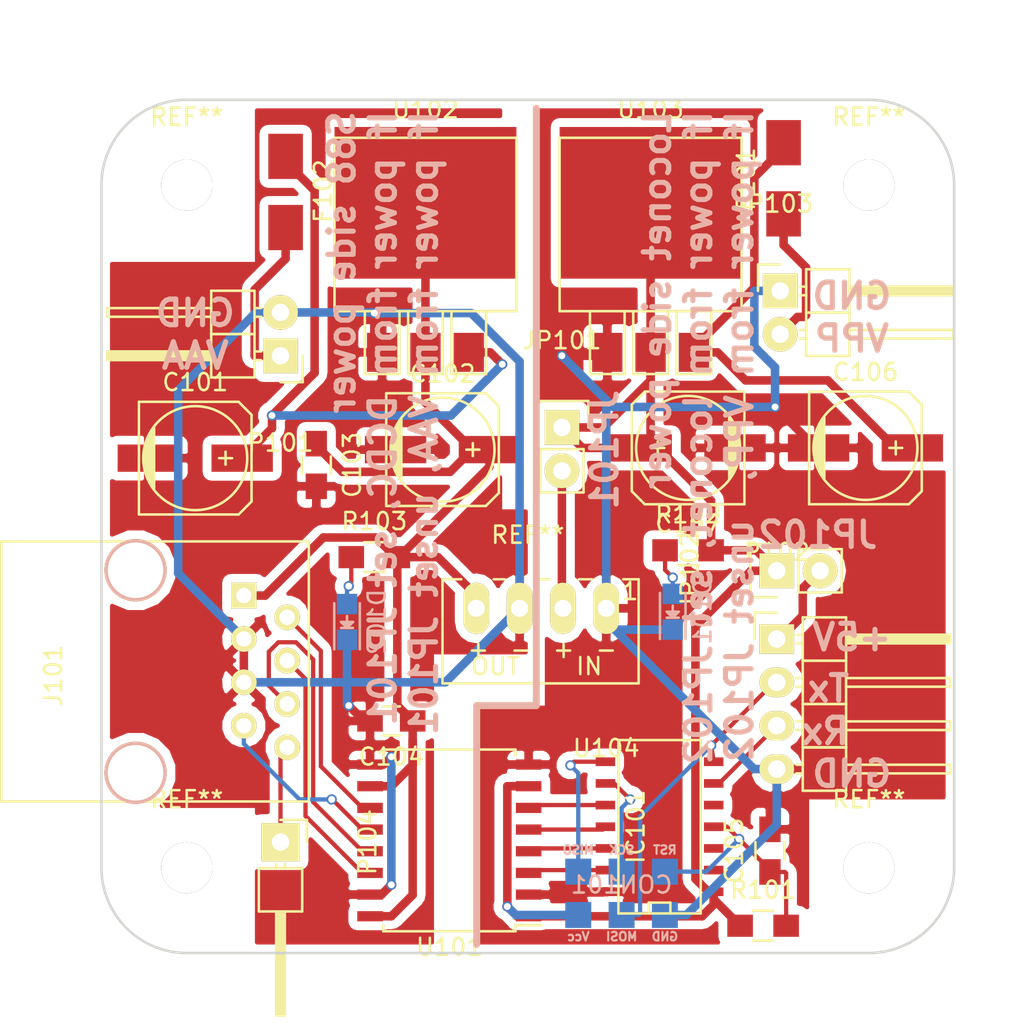
<source format=kicad_pcb>
(kicad_pcb (version 4) (host pcbnew "(2015-08-02 BZR 6038)-product")

  (general
    (links 68)
    (no_connects 0)
    (area 118.800999 73.825 178.540046 134.425001)
    (thickness 1.6)
    (drawings 18)
    (tracks 246)
    (zones 0)
    (modules 32)
    (nets 30)
  )

  (page A4)
  (layers
    (0 F.Cu signal)
    (31 B.Cu signal)
    (32 B.Adhes user)
    (33 F.Adhes user)
    (34 B.Paste user)
    (35 F.Paste user)
    (36 B.SilkS user)
    (37 F.SilkS user)
    (38 B.Mask user)
    (39 F.Mask user)
    (40 Dwgs.User user)
    (41 Cmts.User user)
    (42 Eco1.User user)
    (43 Eco2.User user)
    (44 Edge.Cuts user)
    (45 Margin user)
    (46 B.CrtYd user)
    (47 F.CrtYd user)
    (48 B.Fab user)
    (49 F.Fab user)
  )

  (setup
    (last_trace_width 0.25)
    (trace_clearance 0.2)
    (zone_clearance 0.508)
    (zone_45_only no)
    (trace_min 0.2)
    (segment_width 0.4)
    (edge_width 0.15)
    (via_size 0.6)
    (via_drill 0.4)
    (via_min_size 0.4)
    (via_min_drill 0.3)
    (uvia_size 0.3)
    (uvia_drill 0.1)
    (uvias_allowed no)
    (uvia_min_size 0.2)
    (uvia_min_drill 0.1)
    (pcb_text_width 0.3)
    (pcb_text_size 1.5 1.5)
    (mod_edge_width 0.15)
    (mod_text_size 1 1)
    (mod_text_width 0.15)
    (pad_size 1.524 1.524)
    (pad_drill 0.762)
    (pad_to_mask_clearance 0.2)
    (aux_axis_origin 0 0)
    (visible_elements FFFFFF7F)
    (pcbplotparams
      (layerselection 0x00030_80000001)
      (usegerberextensions false)
      (excludeedgelayer true)
      (linewidth 0.100000)
      (plotframeref false)
      (viasonmask false)
      (mode 1)
      (useauxorigin false)
      (hpglpennumber 1)
      (hpglpenspeed 20)
      (hpglpendiameter 15)
      (hpglpenoverlay 2)
      (psnegative false)
      (psa4output false)
      (plotreference true)
      (plotvalue true)
      (plotinvisibletext false)
      (padsonsilk false)
      (subtractmaskfromsilk false)
      (outputformat 1)
      (mirror false)
      (drillshape 1)
      (scaleselection 1)
      (outputdirectory ""))
  )

  (net 0 "")
  (net 1 +5VA)
  (net 2 GNDA)
  (net 3 "Net-(C105-Pad1)")
  (net 4 GND)
  (net 5 VCC)
  (net 6 "Net-(IC101-Pad2)")
  (net 7 "Net-(IC101-Pad3)")
  (net 8 "Net-(IC101-Pad5)")
  (net 9 LocoNet_Rx)
  (net 10 LocoNet_Tx)
  (net 11 "Net-(IC101-Pad11)")
  (net 12 "Net-(IC101-Pad12)")
  (net 13 "Net-(IC101-Pad13)")
  (net 14 "Net-(IC101-Pad10)")
  (net 15 "Net-(J101-Pad2)")
  (net 16 "Net-(J101-Pad4)")
  (net 17 "Net-(J101-Pad6)")
  (net 18 "Net-(J101-Pad7)")
  (net 19 Raildata)
  (net 20 "Net-(JP101-Pad2)")
  (net 21 "Net-(JP102-Pad2)")
  (net 22 "Net-(F102-Pad2)")
  (net 23 "Net-(F101-Pad1)")
  (net 24 VAA)
  (net 25 VPP)
  (net 26 "Net-(D101-Pad2)")
  (net 27 "Net-(D102-Pad2)")
  (net 28 "Net-(CON101-Pad1)")
  (net 29 "Net-(CON101-Pad3)")

  (net_class Default "This is the default net class."
    (clearance 0.2)
    (trace_width 0.25)
    (via_dia 0.6)
    (via_drill 0.4)
    (uvia_dia 0.3)
    (uvia_drill 0.1)
    (add_net LocoNet_Rx)
    (add_net LocoNet_Tx)
    (add_net "Net-(C105-Pad1)")
    (add_net "Net-(CON101-Pad1)")
    (add_net "Net-(CON101-Pad3)")
    (add_net "Net-(D101-Pad2)")
    (add_net "Net-(D102-Pad2)")
    (add_net "Net-(IC101-Pad10)")
    (add_net "Net-(IC101-Pad11)")
    (add_net "Net-(IC101-Pad12)")
    (add_net "Net-(IC101-Pad13)")
    (add_net "Net-(IC101-Pad2)")
    (add_net "Net-(IC101-Pad3)")
    (add_net "Net-(IC101-Pad5)")
    (add_net "Net-(J101-Pad2)")
    (add_net "Net-(J101-Pad4)")
    (add_net "Net-(J101-Pad6)")
    (add_net "Net-(J101-Pad7)")
    (add_net Raildata)
  )

  (net_class Power ""
    (clearance 0.25)
    (trace_width 0.5)
    (via_dia 0.6)
    (via_drill 0.4)
    (uvia_dia 0.3)
    (uvia_drill 0.1)
    (add_net +5VA)
    (add_net GND)
    (add_net GNDA)
    (add_net "Net-(F101-Pad1)")
    (add_net "Net-(F102-Pad2)")
    (add_net "Net-(JP101-Pad2)")
    (add_net "Net-(JP102-Pad2)")
    (add_net VAA)
    (add_net VCC)
    (add_net VPP)
  )

  (module Capacitors_SMD:C_0805_HandSoldering (layer F.Cu) (tedit 541A9B8D) (tstamp 55E85BC8)
    (at 137.6 101.4 270)
    (descr "Capacitor SMD 0805, hand soldering")
    (tags "capacitor 0805")
    (path /55D49417)
    (attr smd)
    (fp_text reference C103 (at 0 -2.1 270) (layer F.SilkS)
      (effects (font (size 1 1) (thickness 0.15)))
    )
    (fp_text value 100nF (at 0 2.1 270) (layer F.Fab)
      (effects (font (size 1 1) (thickness 0.15)))
    )
    (fp_line (start -2.3 -1) (end 2.3 -1) (layer F.CrtYd) (width 0.05))
    (fp_line (start -2.3 1) (end 2.3 1) (layer F.CrtYd) (width 0.05))
    (fp_line (start -2.3 -1) (end -2.3 1) (layer F.CrtYd) (width 0.05))
    (fp_line (start 2.3 -1) (end 2.3 1) (layer F.CrtYd) (width 0.05))
    (fp_line (start 0.5 -0.85) (end -0.5 -0.85) (layer F.SilkS) (width 0.15))
    (fp_line (start -0.5 0.85) (end 0.5 0.85) (layer F.SilkS) (width 0.15))
    (pad 1 smd rect (at -1.25 0 270) (size 1.5 1.25) (layers F.Cu F.Paste F.Mask)
      (net 1 +5VA))
    (pad 2 smd rect (at 1.25 0 270) (size 1.5 1.25) (layers F.Cu F.Paste F.Mask)
      (net 2 GNDA))
    (model Capacitors_SMD.3dshapes/C_0805_HandSoldering.wrl
      (at (xyz 0 0 0))
      (scale (xyz 1 1 1))
      (rotate (xyz 0 0 0))
    )
  )

  (module Capacitors_SMD:C_0805_HandSoldering (layer F.Cu) (tedit 541A9B8D) (tstamp 55E85BCE)
    (at 142 116.4 180)
    (descr "Capacitor SMD 0805, hand soldering")
    (tags "capacitor 0805")
    (path /55D49441)
    (attr smd)
    (fp_text reference C104 (at 0 -2.1 180) (layer F.SilkS)
      (effects (font (size 1 1) (thickness 0.15)))
    )
    (fp_text value 100nF (at 0 2.1 180) (layer F.Fab)
      (effects (font (size 1 1) (thickness 0.15)))
    )
    (fp_line (start -2.3 -1) (end 2.3 -1) (layer F.CrtYd) (width 0.05))
    (fp_line (start -2.3 1) (end 2.3 1) (layer F.CrtYd) (width 0.05))
    (fp_line (start -2.3 -1) (end -2.3 1) (layer F.CrtYd) (width 0.05))
    (fp_line (start 2.3 -1) (end 2.3 1) (layer F.CrtYd) (width 0.05))
    (fp_line (start 0.5 -0.85) (end -0.5 -0.85) (layer F.SilkS) (width 0.15))
    (fp_line (start -0.5 0.85) (end 0.5 0.85) (layer F.SilkS) (width 0.15))
    (pad 1 smd rect (at -1.25 0 180) (size 1.5 1.25) (layers F.Cu F.Paste F.Mask)
      (net 1 +5VA))
    (pad 2 smd rect (at 1.25 0 180) (size 1.5 1.25) (layers F.Cu F.Paste F.Mask)
      (net 2 GNDA))
    (model Capacitors_SMD.3dshapes/C_0805_HandSoldering.wrl
      (at (xyz 0 0 0))
      (scale (xyz 1 1 1))
      (rotate (xyz 0 0 0))
    )
  )

  (module Capacitors_SMD:C_0805_HandSoldering (layer F.Cu) (tedit 541A9B8D) (tstamp 55E85BD4)
    (at 164.2 124 90)
    (descr "Capacitor SMD 0805, hand soldering")
    (tags "capacitor 0805")
    (path /55D77A3C)
    (attr smd)
    (fp_text reference C105 (at 0 -2.1 90) (layer F.SilkS)
      (effects (font (size 1 1) (thickness 0.15)))
    )
    (fp_text value 100nF (at 0 2.1 90) (layer F.Fab)
      (effects (font (size 1 1) (thickness 0.15)))
    )
    (fp_line (start -2.3 -1) (end 2.3 -1) (layer F.CrtYd) (width 0.05))
    (fp_line (start -2.3 1) (end 2.3 1) (layer F.CrtYd) (width 0.05))
    (fp_line (start -2.3 -1) (end -2.3 1) (layer F.CrtYd) (width 0.05))
    (fp_line (start 2.3 -1) (end 2.3 1) (layer F.CrtYd) (width 0.05))
    (fp_line (start 0.5 -0.85) (end -0.5 -0.85) (layer F.SilkS) (width 0.15))
    (fp_line (start -0.5 0.85) (end 0.5 0.85) (layer F.SilkS) (width 0.15))
    (pad 1 smd rect (at -1.25 0 90) (size 1.5 1.25) (layers F.Cu F.Paste F.Mask)
      (net 3 "Net-(C105-Pad1)"))
    (pad 2 smd rect (at 1.25 0 90) (size 1.5 1.25) (layers F.Cu F.Paste F.Mask)
      (net 4 GND))
    (model Capacitors_SMD.3dshapes/C_0805_HandSoldering.wrl
      (at (xyz 0 0 0))
      (scale (xyz 1 1 1))
      (rotate (xyz 0 0 0))
    )
  )

  (module SMD_Packages:SOIC-14_N (layer F.Cu) (tedit 0) (tstamp 55E85BE6)
    (at 157.6 122.6 90)
    (descr "Module CMS SOJ 14 pins Large")
    (tags "CMS SOJ")
    (path /55D7656C)
    (attr smd)
    (fp_text reference IC101 (at 0 -1.27 90) (layer F.SilkS)
      (effects (font (size 1 1) (thickness 0.15)))
    )
    (fp_text value ATTINY84-S (at 0 1.27 90) (layer F.Fab)
      (effects (font (size 1 1) (thickness 0.15)))
    )
    (fp_line (start 5.08 -2.286) (end 5.08 2.54) (layer F.SilkS) (width 0.15))
    (fp_line (start 5.08 2.54) (end -5.08 2.54) (layer F.SilkS) (width 0.15))
    (fp_line (start -5.08 2.54) (end -5.08 -2.286) (layer F.SilkS) (width 0.15))
    (fp_line (start -5.08 -2.286) (end 5.08 -2.286) (layer F.SilkS) (width 0.15))
    (fp_line (start -5.08 -0.508) (end -4.445 -0.508) (layer F.SilkS) (width 0.15))
    (fp_line (start -4.445 -0.508) (end -4.445 0.762) (layer F.SilkS) (width 0.15))
    (fp_line (start -4.445 0.762) (end -5.08 0.762) (layer F.SilkS) (width 0.15))
    (pad 1 smd rect (at -3.81 3.302 90) (size 0.508 1.143) (layers F.Cu F.Paste F.Mask)
      (net 5 VCC))
    (pad 2 smd rect (at -2.54 3.302 90) (size 0.508 1.143) (layers F.Cu F.Paste F.Mask)
      (net 6 "Net-(IC101-Pad2)"))
    (pad 3 smd rect (at -1.27 3.302 90) (size 0.508 1.143) (layers F.Cu F.Paste F.Mask)
      (net 7 "Net-(IC101-Pad3)"))
    (pad 4 smd rect (at 0 3.302 90) (size 0.508 1.143) (layers F.Cu F.Paste F.Mask)
      (net 3 "Net-(C105-Pad1)"))
    (pad 5 smd rect (at 1.27 3.302 90) (size 0.508 1.143) (layers F.Cu F.Paste F.Mask)
      (net 8 "Net-(IC101-Pad5)"))
    (pad 6 smd rect (at 2.54 3.302 90) (size 0.508 1.143) (layers F.Cu F.Paste F.Mask)
      (net 9 LocoNet_Rx))
    (pad 7 smd rect (at 3.81 3.302 90) (size 0.508 1.143) (layers F.Cu F.Paste F.Mask)
      (net 10 LocoNet_Tx))
    (pad 8 smd rect (at 3.81 -3.048 90) (size 0.508 1.143) (layers F.Cu F.Paste F.Mask)
      (net 28 "Net-(CON101-Pad1)"))
    (pad 9 smd rect (at 2.54 -3.048 90) (size 0.508 1.143) (layers F.Cu F.Paste F.Mask)
      (net 29 "Net-(CON101-Pad3)"))
    (pad 11 smd rect (at 0 -3.048 90) (size 0.508 1.143) (layers F.Cu F.Paste F.Mask)
      (net 11 "Net-(IC101-Pad11)"))
    (pad 12 smd rect (at -1.27 -3.048 90) (size 0.508 1.143) (layers F.Cu F.Paste F.Mask)
      (net 12 "Net-(IC101-Pad12)"))
    (pad 13 smd rect (at -2.54 -3.048 90) (size 0.508 1.143) (layers F.Cu F.Paste F.Mask)
      (net 13 "Net-(IC101-Pad13)"))
    (pad 14 smd rect (at -3.81 -3.048 90) (size 0.508 1.143) (layers F.Cu F.Paste F.Mask)
      (net 4 GND))
    (pad 10 smd rect (at 1.27 -3.048 90) (size 0.508 1.143) (layers F.Cu F.Paste F.Mask)
      (net 14 "Net-(IC101-Pad10)"))
    (model SMD_Packages.3dshapes/SOIC-14_N.wrl
      (at (xyz 0 0 0))
      (scale (xyz 0.5 0.4 0.5))
      (rotate (xyz 0 0 0))
    )
  )

  (module Connect:RJ45_8 (layer F.Cu) (tedit 0) (tstamp 55E85BF4)
    (at 127 113.5 270)
    (tags RJ45)
    (path /55D48D57)
    (fp_text reference J101 (at 0.254 4.826 270) (layer F.SilkS)
      (effects (font (size 1 1) (thickness 0.15)))
    )
    (fp_text value RJ45 (at 0.14224 -0.1016 270) (layer F.Fab)
      (effects (font (size 1 1) (thickness 0.15)))
    )
    (fp_line (start -7.62 7.874) (end 7.62 7.874) (layer F.SilkS) (width 0.15))
    (fp_line (start 7.62 7.874) (end 7.62 -10.16) (layer F.SilkS) (width 0.15))
    (fp_line (start 7.62 -10.16) (end -7.62 -10.16) (layer F.SilkS) (width 0.15))
    (fp_line (start -7.62 -10.16) (end -7.62 7.874) (layer F.SilkS) (width 0.15))
    (pad Hole np_thru_hole circle (at 5.93852 0 270) (size 3.64998 3.64998) (drill 3.2512) (layers *.Cu *.SilkS *.Mask))
    (pad Hole np_thru_hole circle (at -5.9309 0 270) (size 3.64998 3.64998) (drill 3.2512) (layers *.Cu *.SilkS *.Mask))
    (pad 1 thru_hole rect (at -4.445 -6.35 270) (size 1.50114 1.50114) (drill 0.89916) (layers *.Cu *.Mask F.SilkS)
      (net 1 +5VA))
    (pad 2 thru_hole circle (at -3.175 -8.89 270) (size 1.50114 1.50114) (drill 0.89916) (layers *.Cu *.Mask F.SilkS)
      (net 15 "Net-(J101-Pad2)"))
    (pad 3 thru_hole circle (at -1.905 -6.35 270) (size 1.50114 1.50114) (drill 0.89916) (layers *.Cu *.Mask F.SilkS)
      (net 2 GNDA))
    (pad 4 thru_hole circle (at -0.635 -8.89 270) (size 1.50114 1.50114) (drill 0.89916) (layers *.Cu *.Mask F.SilkS)
      (net 16 "Net-(J101-Pad4)"))
    (pad 5 thru_hole circle (at 0.635 -6.35 270) (size 1.50114 1.50114) (drill 0.89916) (layers *.Cu *.Mask F.SilkS)
      (net 2 GNDA))
    (pad 6 thru_hole circle (at 1.905 -8.89 270) (size 1.50114 1.50114) (drill 0.89916) (layers *.Cu *.Mask F.SilkS)
      (net 17 "Net-(J101-Pad6)"))
    (pad 7 thru_hole circle (at 3.175 -6.35 270) (size 1.50114 1.50114) (drill 0.89916) (layers *.Cu *.Mask F.SilkS)
      (net 18 "Net-(J101-Pad7)"))
    (pad 8 thru_hole circle (at 4.445 -8.89 270) (size 1.50114 1.50114) (drill 0.89916) (layers *.Cu *.Mask F.SilkS)
      (net 19 Raildata))
    (model Connect.3dshapes/RJ45_8.wrl
      (at (xyz 0 0 0))
      (scale (xyz 0.4 0.4 0.4))
      (rotate (xyz 0 0 0))
    )
  )

  (module Pin_Headers:Pin_Header_Straight_1x02 (layer F.Cu) (tedit 54EA090C) (tstamp 55E85BFA)
    (at 152 99.2)
    (descr "Through hole pin header")
    (tags "pin header")
    (path /55DDCF6E)
    (fp_text reference JP101 (at 0 -5.1) (layer F.SilkS)
      (effects (font (size 1 1) (thickness 0.15)))
    )
    (fp_text value JUMPER (at 0 -3.1) (layer F.Fab)
      (effects (font (size 1 1) (thickness 0.15)))
    )
    (fp_line (start 1.27 1.27) (end 1.27 3.81) (layer F.SilkS) (width 0.15))
    (fp_line (start 1.55 -1.55) (end 1.55 0) (layer F.SilkS) (width 0.15))
    (fp_line (start -1.75 -1.75) (end -1.75 4.3) (layer F.CrtYd) (width 0.05))
    (fp_line (start 1.75 -1.75) (end 1.75 4.3) (layer F.CrtYd) (width 0.05))
    (fp_line (start -1.75 -1.75) (end 1.75 -1.75) (layer F.CrtYd) (width 0.05))
    (fp_line (start -1.75 4.3) (end 1.75 4.3) (layer F.CrtYd) (width 0.05))
    (fp_line (start 1.27 1.27) (end -1.27 1.27) (layer F.SilkS) (width 0.15))
    (fp_line (start -1.55 0) (end -1.55 -1.55) (layer F.SilkS) (width 0.15))
    (fp_line (start -1.55 -1.55) (end 1.55 -1.55) (layer F.SilkS) (width 0.15))
    (fp_line (start -1.27 1.27) (end -1.27 3.81) (layer F.SilkS) (width 0.15))
    (fp_line (start -1.27 3.81) (end 1.27 3.81) (layer F.SilkS) (width 0.15))
    (pad 1 thru_hole rect (at 0 0) (size 2.032 2.032) (drill 1.016) (layers *.Cu *.Mask F.SilkS)
      (net 5 VCC))
    (pad 2 thru_hole oval (at 0 2.54) (size 2.032 2.032) (drill 1.016) (layers *.Cu *.Mask F.SilkS)
      (net 20 "Net-(JP101-Pad2)"))
    (model Pin_Headers.3dshapes/Pin_Header_Straight_1x02.wrl
      (at (xyz 0 -0.05 0))
      (scale (xyz 1 1 1))
      (rotate (xyz 0 0 90))
    )
  )

  (module Pin_Headers:Pin_Header_Straight_1x02 (layer F.Cu) (tedit 54EA090C) (tstamp 55E85C00)
    (at 164.6 107.6 90)
    (descr "Through hole pin header")
    (tags "pin header")
    (path /55DDCCFF)
    (fp_text reference JP102 (at 0 -5.1 90) (layer F.SilkS)
      (effects (font (size 1 1) (thickness 0.15)))
    )
    (fp_text value JUMPER (at 0 -3.1 90) (layer F.Fab)
      (effects (font (size 1 1) (thickness 0.15)))
    )
    (fp_line (start 1.27 1.27) (end 1.27 3.81) (layer F.SilkS) (width 0.15))
    (fp_line (start 1.55 -1.55) (end 1.55 0) (layer F.SilkS) (width 0.15))
    (fp_line (start -1.75 -1.75) (end -1.75 4.3) (layer F.CrtYd) (width 0.05))
    (fp_line (start 1.75 -1.75) (end 1.75 4.3) (layer F.CrtYd) (width 0.05))
    (fp_line (start -1.75 -1.75) (end 1.75 -1.75) (layer F.CrtYd) (width 0.05))
    (fp_line (start -1.75 4.3) (end 1.75 4.3) (layer F.CrtYd) (width 0.05))
    (fp_line (start 1.27 1.27) (end -1.27 1.27) (layer F.SilkS) (width 0.15))
    (fp_line (start -1.55 0) (end -1.55 -1.55) (layer F.SilkS) (width 0.15))
    (fp_line (start -1.55 -1.55) (end 1.55 -1.55) (layer F.SilkS) (width 0.15))
    (fp_line (start -1.27 1.27) (end -1.27 3.81) (layer F.SilkS) (width 0.15))
    (fp_line (start -1.27 3.81) (end 1.27 3.81) (layer F.SilkS) (width 0.15))
    (pad 1 thru_hole rect (at 0 0 90) (size 2.032 2.032) (drill 1.016) (layers *.Cu *.Mask F.SilkS)
      (net 5 VCC))
    (pad 2 thru_hole oval (at 0 2.54 90) (size 2.032 2.032) (drill 1.016) (layers *.Cu *.Mask F.SilkS)
      (net 21 "Net-(JP102-Pad2)"))
    (model Pin_Headers.3dshapes/Pin_Header_Straight_1x02.wrl
      (at (xyz 0 -0.05 0))
      (scale (xyz 1 1 1))
      (rotate (xyz 0 0 90))
    )
  )

  (module Pin_Headers:Pin_Header_Angled_1x02 (layer F.Cu) (tedit 0) (tstamp 55E85C06)
    (at 135.5 95 180)
    (descr "Through hole pin header")
    (tags "pin header")
    (path /55D4B618)
    (fp_text reference P101 (at 0 -5.1 180) (layer F.SilkS)
      (effects (font (size 1 1) (thickness 0.15)))
    )
    (fp_text value CONN_01X02 (at 0 -3.1 180) (layer F.Fab)
      (effects (font (size 1 1) (thickness 0.15)))
    )
    (fp_line (start -1.5 -1.75) (end -1.5 4.3) (layer F.CrtYd) (width 0.05))
    (fp_line (start 10.65 -1.75) (end 10.65 4.3) (layer F.CrtYd) (width 0.05))
    (fp_line (start -1.5 -1.75) (end 10.65 -1.75) (layer F.CrtYd) (width 0.05))
    (fp_line (start -1.5 4.3) (end 10.65 4.3) (layer F.CrtYd) (width 0.05))
    (fp_line (start -1.3 -1.55) (end -1.3 0) (layer F.SilkS) (width 0.15))
    (fp_line (start 0 -1.55) (end -1.3 -1.55) (layer F.SilkS) (width 0.15))
    (fp_line (start 4.191 -0.127) (end 10.033 -0.127) (layer F.SilkS) (width 0.15))
    (fp_line (start 10.033 -0.127) (end 10.033 0.127) (layer F.SilkS) (width 0.15))
    (fp_line (start 10.033 0.127) (end 4.191 0.127) (layer F.SilkS) (width 0.15))
    (fp_line (start 4.191 0.127) (end 4.191 0) (layer F.SilkS) (width 0.15))
    (fp_line (start 4.191 0) (end 10.033 0) (layer F.SilkS) (width 0.15))
    (fp_line (start 1.524 -0.254) (end 1.143 -0.254) (layer F.SilkS) (width 0.15))
    (fp_line (start 1.524 0.254) (end 1.143 0.254) (layer F.SilkS) (width 0.15))
    (fp_line (start 1.524 2.286) (end 1.143 2.286) (layer F.SilkS) (width 0.15))
    (fp_line (start 1.524 2.794) (end 1.143 2.794) (layer F.SilkS) (width 0.15))
    (fp_line (start 1.524 -1.27) (end 4.064 -1.27) (layer F.SilkS) (width 0.15))
    (fp_line (start 1.524 1.27) (end 4.064 1.27) (layer F.SilkS) (width 0.15))
    (fp_line (start 1.524 1.27) (end 1.524 3.81) (layer F.SilkS) (width 0.15))
    (fp_line (start 1.524 3.81) (end 4.064 3.81) (layer F.SilkS) (width 0.15))
    (fp_line (start 4.064 2.286) (end 10.16 2.286) (layer F.SilkS) (width 0.15))
    (fp_line (start 10.16 2.286) (end 10.16 2.794) (layer F.SilkS) (width 0.15))
    (fp_line (start 10.16 2.794) (end 4.064 2.794) (layer F.SilkS) (width 0.15))
    (fp_line (start 4.064 3.81) (end 4.064 1.27) (layer F.SilkS) (width 0.15))
    (fp_line (start 4.064 1.27) (end 4.064 -1.27) (layer F.SilkS) (width 0.15))
    (fp_line (start 10.16 0.254) (end 4.064 0.254) (layer F.SilkS) (width 0.15))
    (fp_line (start 10.16 -0.254) (end 10.16 0.254) (layer F.SilkS) (width 0.15))
    (fp_line (start 4.064 -0.254) (end 10.16 -0.254) (layer F.SilkS) (width 0.15))
    (fp_line (start 1.524 1.27) (end 4.064 1.27) (layer F.SilkS) (width 0.15))
    (fp_line (start 1.524 -1.27) (end 1.524 1.27) (layer F.SilkS) (width 0.15))
    (pad 1 thru_hole rect (at 0 0 180) (size 2.032 2.032) (drill 1.016) (layers *.Cu *.Mask F.SilkS)
      (net 22 "Net-(F102-Pad2)"))
    (pad 2 thru_hole oval (at 0 2.54 180) (size 2.032 2.032) (drill 1.016) (layers *.Cu *.Mask F.SilkS)
      (net 2 GNDA))
    (model Pin_Headers.3dshapes/Pin_Header_Angled_1x02.wrl
      (at (xyz 0 -0.05 0))
      (scale (xyz 1 1 1))
      (rotate (xyz 0 0 90))
    )
  )

  (module Pin_Headers:Pin_Header_Angled_1x04 (layer F.Cu) (tedit 0) (tstamp 55E85C0E)
    (at 164.6 111.6)
    (descr "Through hole pin header")
    (tags "pin header")
    (path /55D77537)
    (fp_text reference P102 (at 0 -5.1) (layer F.SilkS)
      (effects (font (size 1 1) (thickness 0.15)))
    )
    (fp_text value CONN_01X04 (at 0 -3.1) (layer F.Fab)
      (effects (font (size 1 1) (thickness 0.15)))
    )
    (fp_line (start -1.5 -1.75) (end -1.5 9.4) (layer F.CrtYd) (width 0.05))
    (fp_line (start 10.65 -1.75) (end 10.65 9.4) (layer F.CrtYd) (width 0.05))
    (fp_line (start -1.5 -1.75) (end 10.65 -1.75) (layer F.CrtYd) (width 0.05))
    (fp_line (start -1.5 9.4) (end 10.65 9.4) (layer F.CrtYd) (width 0.05))
    (fp_line (start -1.3 -1.55) (end -1.3 0) (layer F.SilkS) (width 0.15))
    (fp_line (start 0 -1.55) (end -1.3 -1.55) (layer F.SilkS) (width 0.15))
    (fp_line (start 4.191 -0.127) (end 10.033 -0.127) (layer F.SilkS) (width 0.15))
    (fp_line (start 10.033 -0.127) (end 10.033 0.127) (layer F.SilkS) (width 0.15))
    (fp_line (start 10.033 0.127) (end 4.191 0.127) (layer F.SilkS) (width 0.15))
    (fp_line (start 4.191 0.127) (end 4.191 0) (layer F.SilkS) (width 0.15))
    (fp_line (start 4.191 0) (end 10.033 0) (layer F.SilkS) (width 0.15))
    (fp_line (start 1.524 -0.254) (end 1.143 -0.254) (layer F.SilkS) (width 0.15))
    (fp_line (start 1.524 0.254) (end 1.143 0.254) (layer F.SilkS) (width 0.15))
    (fp_line (start 1.524 2.286) (end 1.143 2.286) (layer F.SilkS) (width 0.15))
    (fp_line (start 1.524 2.794) (end 1.143 2.794) (layer F.SilkS) (width 0.15))
    (fp_line (start 1.524 4.826) (end 1.143 4.826) (layer F.SilkS) (width 0.15))
    (fp_line (start 1.524 5.334) (end 1.143 5.334) (layer F.SilkS) (width 0.15))
    (fp_line (start 1.524 7.874) (end 1.143 7.874) (layer F.SilkS) (width 0.15))
    (fp_line (start 1.524 7.366) (end 1.143 7.366) (layer F.SilkS) (width 0.15))
    (fp_line (start 1.524 -1.27) (end 4.064 -1.27) (layer F.SilkS) (width 0.15))
    (fp_line (start 1.524 1.27) (end 4.064 1.27) (layer F.SilkS) (width 0.15))
    (fp_line (start 1.524 1.27) (end 1.524 3.81) (layer F.SilkS) (width 0.15))
    (fp_line (start 1.524 3.81) (end 4.064 3.81) (layer F.SilkS) (width 0.15))
    (fp_line (start 4.064 2.286) (end 10.16 2.286) (layer F.SilkS) (width 0.15))
    (fp_line (start 10.16 2.286) (end 10.16 2.794) (layer F.SilkS) (width 0.15))
    (fp_line (start 10.16 2.794) (end 4.064 2.794) (layer F.SilkS) (width 0.15))
    (fp_line (start 4.064 3.81) (end 4.064 1.27) (layer F.SilkS) (width 0.15))
    (fp_line (start 4.064 1.27) (end 4.064 -1.27) (layer F.SilkS) (width 0.15))
    (fp_line (start 10.16 0.254) (end 4.064 0.254) (layer F.SilkS) (width 0.15))
    (fp_line (start 10.16 -0.254) (end 10.16 0.254) (layer F.SilkS) (width 0.15))
    (fp_line (start 4.064 -0.254) (end 10.16 -0.254) (layer F.SilkS) (width 0.15))
    (fp_line (start 1.524 1.27) (end 4.064 1.27) (layer F.SilkS) (width 0.15))
    (fp_line (start 1.524 -1.27) (end 1.524 1.27) (layer F.SilkS) (width 0.15))
    (fp_line (start 1.524 6.35) (end 4.064 6.35) (layer F.SilkS) (width 0.15))
    (fp_line (start 1.524 6.35) (end 1.524 8.89) (layer F.SilkS) (width 0.15))
    (fp_line (start 1.524 8.89) (end 4.064 8.89) (layer F.SilkS) (width 0.15))
    (fp_line (start 4.064 7.366) (end 10.16 7.366) (layer F.SilkS) (width 0.15))
    (fp_line (start 10.16 7.366) (end 10.16 7.874) (layer F.SilkS) (width 0.15))
    (fp_line (start 10.16 7.874) (end 4.064 7.874) (layer F.SilkS) (width 0.15))
    (fp_line (start 4.064 8.89) (end 4.064 6.35) (layer F.SilkS) (width 0.15))
    (fp_line (start 4.064 6.35) (end 4.064 3.81) (layer F.SilkS) (width 0.15))
    (fp_line (start 10.16 5.334) (end 4.064 5.334) (layer F.SilkS) (width 0.15))
    (fp_line (start 10.16 4.826) (end 10.16 5.334) (layer F.SilkS) (width 0.15))
    (fp_line (start 4.064 4.826) (end 10.16 4.826) (layer F.SilkS) (width 0.15))
    (fp_line (start 1.524 6.35) (end 4.064 6.35) (layer F.SilkS) (width 0.15))
    (fp_line (start 1.524 3.81) (end 1.524 6.35) (layer F.SilkS) (width 0.15))
    (fp_line (start 1.524 3.81) (end 4.064 3.81) (layer F.SilkS) (width 0.15))
    (pad 1 thru_hole rect (at 0 0) (size 2.032 1.7272) (drill 1.016) (layers *.Cu *.Mask F.SilkS)
      (net 21 "Net-(JP102-Pad2)"))
    (pad 2 thru_hole oval (at 0 2.54) (size 2.032 1.7272) (drill 1.016) (layers *.Cu *.Mask F.SilkS)
      (net 10 LocoNet_Tx))
    (pad 3 thru_hole oval (at 0 5.08) (size 2.032 1.7272) (drill 1.016) (layers *.Cu *.Mask F.SilkS)
      (net 9 LocoNet_Rx))
    (pad 4 thru_hole oval (at 0 7.62) (size 2.032 1.7272) (drill 1.016) (layers *.Cu *.Mask F.SilkS)
      (net 4 GND))
    (model Pin_Headers.3dshapes/Pin_Header_Angled_1x04.wrl
      (at (xyz 0 -0.15 0))
      (scale (xyz 1 1 1))
      (rotate (xyz 0 0 90))
    )
  )

  (module Pin_Headers:Pin_Header_Angled_1x02 (layer F.Cu) (tedit 0) (tstamp 55E85C14)
    (at 164.8 91.2)
    (descr "Through hole pin header")
    (tags "pin header")
    (path /55DDDB87)
    (fp_text reference P103 (at 0 -5.1) (layer F.SilkS)
      (effects (font (size 1 1) (thickness 0.15)))
    )
    (fp_text value CONN_01X02 (at 0 -3.1) (layer F.Fab)
      (effects (font (size 1 1) (thickness 0.15)))
    )
    (fp_line (start -1.5 -1.75) (end -1.5 4.3) (layer F.CrtYd) (width 0.05))
    (fp_line (start 10.65 -1.75) (end 10.65 4.3) (layer F.CrtYd) (width 0.05))
    (fp_line (start -1.5 -1.75) (end 10.65 -1.75) (layer F.CrtYd) (width 0.05))
    (fp_line (start -1.5 4.3) (end 10.65 4.3) (layer F.CrtYd) (width 0.05))
    (fp_line (start -1.3 -1.55) (end -1.3 0) (layer F.SilkS) (width 0.15))
    (fp_line (start 0 -1.55) (end -1.3 -1.55) (layer F.SilkS) (width 0.15))
    (fp_line (start 4.191 -0.127) (end 10.033 -0.127) (layer F.SilkS) (width 0.15))
    (fp_line (start 10.033 -0.127) (end 10.033 0.127) (layer F.SilkS) (width 0.15))
    (fp_line (start 10.033 0.127) (end 4.191 0.127) (layer F.SilkS) (width 0.15))
    (fp_line (start 4.191 0.127) (end 4.191 0) (layer F.SilkS) (width 0.15))
    (fp_line (start 4.191 0) (end 10.033 0) (layer F.SilkS) (width 0.15))
    (fp_line (start 1.524 -0.254) (end 1.143 -0.254) (layer F.SilkS) (width 0.15))
    (fp_line (start 1.524 0.254) (end 1.143 0.254) (layer F.SilkS) (width 0.15))
    (fp_line (start 1.524 2.286) (end 1.143 2.286) (layer F.SilkS) (width 0.15))
    (fp_line (start 1.524 2.794) (end 1.143 2.794) (layer F.SilkS) (width 0.15))
    (fp_line (start 1.524 -1.27) (end 4.064 -1.27) (layer F.SilkS) (width 0.15))
    (fp_line (start 1.524 1.27) (end 4.064 1.27) (layer F.SilkS) (width 0.15))
    (fp_line (start 1.524 1.27) (end 1.524 3.81) (layer F.SilkS) (width 0.15))
    (fp_line (start 1.524 3.81) (end 4.064 3.81) (layer F.SilkS) (width 0.15))
    (fp_line (start 4.064 2.286) (end 10.16 2.286) (layer F.SilkS) (width 0.15))
    (fp_line (start 10.16 2.286) (end 10.16 2.794) (layer F.SilkS) (width 0.15))
    (fp_line (start 10.16 2.794) (end 4.064 2.794) (layer F.SilkS) (width 0.15))
    (fp_line (start 4.064 3.81) (end 4.064 1.27) (layer F.SilkS) (width 0.15))
    (fp_line (start 4.064 1.27) (end 4.064 -1.27) (layer F.SilkS) (width 0.15))
    (fp_line (start 10.16 0.254) (end 4.064 0.254) (layer F.SilkS) (width 0.15))
    (fp_line (start 10.16 -0.254) (end 10.16 0.254) (layer F.SilkS) (width 0.15))
    (fp_line (start 4.064 -0.254) (end 10.16 -0.254) (layer F.SilkS) (width 0.15))
    (fp_line (start 1.524 1.27) (end 4.064 1.27) (layer F.SilkS) (width 0.15))
    (fp_line (start 1.524 -1.27) (end 1.524 1.27) (layer F.SilkS) (width 0.15))
    (pad 1 thru_hole rect (at 0 0) (size 2.032 2.032) (drill 1.016) (layers *.Cu *.Mask F.SilkS)
      (net 4 GND))
    (pad 2 thru_hole oval (at 0 2.54) (size 2.032 2.032) (drill 1.016) (layers *.Cu *.Mask F.SilkS)
      (net 23 "Net-(F101-Pad1)"))
    (model Pin_Headers.3dshapes/Pin_Header_Angled_1x02.wrl
      (at (xyz 0 -0.05 0))
      (scale (xyz 1 1 1))
      (rotate (xyz 0 0 90))
    )
  )

  (module Pin_Headers:Pin_Header_Angled_1x01 (layer F.Cu) (tedit 0) (tstamp 55E85C19)
    (at 135.5 123.5 270)
    (descr "Through hole pin header")
    (tags "pin header")
    (path /55DDD8CE)
    (fp_text reference P104 (at 0 -5.1 270) (layer F.SilkS)
      (effects (font (size 1 1) (thickness 0.15)))
    )
    (fp_text value CONN_01X01 (at 0 -3.1 270) (layer F.Fab)
      (effects (font (size 1 1) (thickness 0.15)))
    )
    (fp_line (start -1.6 -1.75) (end -1.6 1.75) (layer F.CrtYd) (width 0.05))
    (fp_line (start 10.65 -1.75) (end 10.65 1.75) (layer F.CrtYd) (width 0.05))
    (fp_line (start -1.6 -1.75) (end 10.65 -1.75) (layer F.CrtYd) (width 0.05))
    (fp_line (start -1.6 1.75) (end 10.65 1.75) (layer F.CrtYd) (width 0.05))
    (fp_line (start -1.3 -1.55) (end -1.3 0) (layer F.SilkS) (width 0.15))
    (fp_line (start 0 -1.55) (end -1.3 -1.55) (layer F.SilkS) (width 0.15))
    (fp_line (start 4.191 -0.127) (end 10.033 -0.127) (layer F.SilkS) (width 0.15))
    (fp_line (start 10.033 -0.127) (end 10.033 0.127) (layer F.SilkS) (width 0.15))
    (fp_line (start 10.033 0.127) (end 4.191 0.127) (layer F.SilkS) (width 0.15))
    (fp_line (start 4.191 0.127) (end 4.191 0) (layer F.SilkS) (width 0.15))
    (fp_line (start 4.191 0) (end 10.033 0) (layer F.SilkS) (width 0.15))
    (fp_line (start 1.524 0.254) (end 1.27 0.254) (layer F.SilkS) (width 0.15))
    (fp_line (start 1.524 -0.254) (end 1.27 -0.254) (layer F.SilkS) (width 0.15))
    (fp_line (start 1.524 -1.27) (end 4.064 -1.27) (layer F.SilkS) (width 0.15))
    (fp_line (start 1.524 -1.27) (end 1.524 1.27) (layer F.SilkS) (width 0.15))
    (fp_line (start 1.524 1.27) (end 4.064 1.27) (layer F.SilkS) (width 0.15))
    (fp_line (start 4.064 -0.254) (end 10.16 -0.254) (layer F.SilkS) (width 0.15))
    (fp_line (start 10.16 -0.254) (end 10.16 0.254) (layer F.SilkS) (width 0.15))
    (fp_line (start 10.16 0.254) (end 4.064 0.254) (layer F.SilkS) (width 0.15))
    (fp_line (start 4.064 1.27) (end 4.064 -1.27) (layer F.SilkS) (width 0.15))
    (pad 1 thru_hole rect (at 0 0 270) (size 2.2352 2.2352) (drill 1.016) (layers *.Cu *.Mask F.SilkS)
      (net 19 Raildata))
    (model Pin_Headers.3dshapes/Pin_Header_Angled_1x01.wrl
      (at (xyz 0 0 0))
      (scale (xyz 1 1 1))
      (rotate (xyz 0 0 90))
    )
  )

  (module Resistors_SMD:R_0805_HandSoldering (layer F.Cu) (tedit 54189DEE) (tstamp 55E85C1F)
    (at 163.8 128.4)
    (descr "Resistor SMD 0805, hand soldering")
    (tags "resistor 0805")
    (path /55D77A73)
    (attr smd)
    (fp_text reference R101 (at 0 -2.1) (layer F.SilkS)
      (effects (font (size 1 1) (thickness 0.15)))
    )
    (fp_text value 10k (at 0 2.1) (layer F.Fab)
      (effects (font (size 1 1) (thickness 0.15)))
    )
    (fp_line (start -2.4 -1) (end 2.4 -1) (layer F.CrtYd) (width 0.05))
    (fp_line (start -2.4 1) (end 2.4 1) (layer F.CrtYd) (width 0.05))
    (fp_line (start -2.4 -1) (end -2.4 1) (layer F.CrtYd) (width 0.05))
    (fp_line (start 2.4 -1) (end 2.4 1) (layer F.CrtYd) (width 0.05))
    (fp_line (start 0.6 0.875) (end -0.6 0.875) (layer F.SilkS) (width 0.15))
    (fp_line (start -0.6 -0.875) (end 0.6 -0.875) (layer F.SilkS) (width 0.15))
    (pad 1 smd rect (at -1.35 0) (size 1.5 1.3) (layers F.Cu F.Paste F.Mask)
      (net 5 VCC))
    (pad 2 smd rect (at 1.35 0) (size 1.5 1.3) (layers F.Cu F.Paste F.Mask)
      (net 3 "Net-(C105-Pad1)"))
    (model Resistors_SMD.3dshapes/R_0805_HandSoldering.wrl
      (at (xyz 0 0 0))
      (scale (xyz 1 1 1))
      (rotate (xyz 0 0 0))
    )
  )

  (module Housings_SOIC:SOIC-16_7.5x10.3mm_Pitch1.27mm (layer F.Cu) (tedit 54130A77) (tstamp 55E85C33)
    (at 145.4 123.4 180)
    (descr "16-Lead Plastic Small Outline (SO) - Wide, 7.50 mm Body [SOIC] (see Microchip Packaging Specification 00000049BS.pdf)")
    (tags "SOIC 1.27")
    (path /55D49190)
    (attr smd)
    (fp_text reference U101 (at 0 -6.25 180) (layer F.SilkS)
      (effects (font (size 1 1) (thickness 0.15)))
    )
    (fp_text value Si8641 (at 0 6.25 180) (layer F.Fab)
      (effects (font (size 1 1) (thickness 0.15)))
    )
    (fp_line (start -5.65 -5.5) (end -5.65 5.5) (layer F.CrtYd) (width 0.05))
    (fp_line (start 5.65 -5.5) (end 5.65 5.5) (layer F.CrtYd) (width 0.05))
    (fp_line (start -5.65 -5.5) (end 5.65 -5.5) (layer F.CrtYd) (width 0.05))
    (fp_line (start -5.65 5.5) (end 5.65 5.5) (layer F.CrtYd) (width 0.05))
    (fp_line (start -3.875 -5.325) (end -3.875 -4.97) (layer F.SilkS) (width 0.15))
    (fp_line (start 3.875 -5.325) (end 3.875 -4.97) (layer F.SilkS) (width 0.15))
    (fp_line (start 3.875 5.325) (end 3.875 4.97) (layer F.SilkS) (width 0.15))
    (fp_line (start -3.875 5.325) (end -3.875 4.97) (layer F.SilkS) (width 0.15))
    (fp_line (start -3.875 -5.325) (end 3.875 -5.325) (layer F.SilkS) (width 0.15))
    (fp_line (start -3.875 5.325) (end 3.875 5.325) (layer F.SilkS) (width 0.15))
    (fp_line (start -3.875 -4.97) (end -5.4 -4.97) (layer F.SilkS) (width 0.15))
    (pad 1 smd rect (at -4.65 -4.445 180) (size 1.5 0.6) (layers F.Cu F.Paste F.Mask)
      (net 5 VCC))
    (pad 2 smd rect (at -4.65 -3.175 180) (size 1.5 0.6) (layers F.Cu F.Paste F.Mask)
      (net 4 GND))
    (pad 3 smd rect (at -4.65 -1.905 180) (size 1.5 0.6) (layers F.Cu F.Paste F.Mask)
      (net 13 "Net-(IC101-Pad13)"))
    (pad 4 smd rect (at -4.65 -0.635 180) (size 1.5 0.6) (layers F.Cu F.Paste F.Mask)
      (net 12 "Net-(IC101-Pad12)"))
    (pad 5 smd rect (at -4.65 0.635 180) (size 1.5 0.6) (layers F.Cu F.Paste F.Mask)
      (net 11 "Net-(IC101-Pad11)"))
    (pad 6 smd rect (at -4.65 1.905 180) (size 1.5 0.6) (layers F.Cu F.Paste F.Mask)
      (net 14 "Net-(IC101-Pad10)"))
    (pad 7 smd rect (at -4.65 3.175 180) (size 1.5 0.6) (layers F.Cu F.Paste F.Mask)
      (net 5 VCC))
    (pad 8 smd rect (at -4.65 4.445 180) (size 1.5 0.6) (layers F.Cu F.Paste F.Mask)
      (net 4 GND))
    (pad 9 smd rect (at 4.65 4.445 180) (size 1.5 0.6) (layers F.Cu F.Paste F.Mask)
      (net 2 GNDA))
    (pad 10 smd rect (at 4.65 3.175 180) (size 1.5 0.6) (layers F.Cu F.Paste F.Mask)
      (net 1 +5VA))
    (pad 11 smd rect (at 4.65 1.905 180) (size 1.5 0.6) (layers F.Cu F.Paste F.Mask)
      (net 15 "Net-(J101-Pad2)"))
    (pad 12 smd rect (at 4.65 0.635 180) (size 1.5 0.6) (layers F.Cu F.Paste F.Mask)
      (net 18 "Net-(J101-Pad7)"))
    (pad 13 smd rect (at 4.65 -0.635 180) (size 1.5 0.6) (layers F.Cu F.Paste F.Mask)
      (net 17 "Net-(J101-Pad6)"))
    (pad 14 smd rect (at 4.65 -1.905 180) (size 1.5 0.6) (layers F.Cu F.Paste F.Mask)
      (net 16 "Net-(J101-Pad4)"))
    (pad 15 smd rect (at 4.65 -3.175 180) (size 1.5 0.6) (layers F.Cu F.Paste F.Mask)
      (net 2 GNDA))
    (pad 16 smd rect (at 4.65 -4.445 180) (size 1.5 0.6) (layers F.Cu F.Paste F.Mask)
      (net 1 +5VA))
    (model Housings_SOIC.3dshapes/SOIC-16_7.5x10.3mm_Pitch1.27mm.wrl
      (at (xyz 0 0 0))
      (scale (xyz 1 1 1))
      (rotate (xyz 0 0 0))
    )
  )

  (module SMD_Packages:DPAK-3 (layer F.Cu) (tedit 0) (tstamp 55E85C3B)
    (at 144 94.8)
    (tags "CMS DPACK")
    (path /55D493A5)
    (fp_text reference U102 (at 0 -14.224) (layer F.SilkS)
      (effects (font (size 1 1) (thickness 0.15)))
    )
    (fp_text value AP1117E50 (at 0 -3.302) (layer F.Fab)
      (effects (font (size 1 1) (thickness 0.15)))
    )
    (fp_line (start 1.524 -2.413) (end 1.524 1.27) (layer F.SilkS) (width 0.15))
    (fp_line (start 1.524 1.27) (end 3.556 1.27) (layer F.SilkS) (width 0.15))
    (fp_line (start 3.556 1.27) (end 3.556 -2.413) (layer F.SilkS) (width 0.15))
    (fp_line (start -1.016 -2.413) (end -1.016 1.27) (layer F.SilkS) (width 0.15))
    (fp_line (start -1.016 1.27) (end 1.016 1.27) (layer F.SilkS) (width 0.15))
    (fp_line (start 1.016 1.27) (end 1.016 -2.413) (layer F.SilkS) (width 0.15))
    (fp_line (start -3.556 -2.413) (end -3.556 1.27) (layer F.SilkS) (width 0.15))
    (fp_line (start -3.556 1.27) (end -1.524 1.27) (layer F.SilkS) (width 0.15))
    (fp_line (start -1.524 1.27) (end -1.524 -2.413) (layer F.SilkS) (width 0.15))
    (fp_line (start -5.334 -2.413) (end 5.334 -2.413) (layer F.SilkS) (width 0.15))
    (fp_line (start 5.334 -2.413) (end 5.334 -12.573) (layer F.SilkS) (width 0.15))
    (fp_line (start 5.334 -12.573) (end -5.334 -12.573) (layer F.SilkS) (width 0.15))
    (fp_line (start -5.334 -12.573) (end -5.334 -2.413) (layer F.SilkS) (width 0.15))
    (pad 2 smd rect (at 0 -8.763) (size 10.668 8.89) (layers F.Cu F.Paste F.Mask)
      (net 1 +5VA))
    (pad 2 smd rect (at 0 0) (size 1.778 2.286) (layers F.Cu F.Paste F.Mask)
      (net 1 +5VA))
    (pad 1 smd rect (at -2.54 0) (size 1.778 2.286) (layers F.Cu F.Paste F.Mask)
      (net 2 GNDA))
    (pad 3 smd rect (at 2.54 0) (size 1.778 2.286) (layers F.Cu F.Paste F.Mask)
      (net 24 VAA))
    (model SMD_Packages.3dshapes/DPAK-3.wrl
      (at (xyz 0 0 0))
      (scale (xyz 1 1 1))
      (rotate (xyz 0 0 0))
    )
  )

  (module SMD_Packages:DPAK-3 (layer F.Cu) (tedit 0) (tstamp 55E85C43)
    (at 157.2 94.8)
    (tags "CMS DPACK")
    (path /55DDD1FF)
    (fp_text reference U103 (at 0 -14.224) (layer F.SilkS)
      (effects (font (size 1 1) (thickness 0.15)))
    )
    (fp_text value AP1117E50 (at 0 -3.302) (layer F.Fab)
      (effects (font (size 1 1) (thickness 0.15)))
    )
    (fp_line (start 1.524 -2.413) (end 1.524 1.27) (layer F.SilkS) (width 0.15))
    (fp_line (start 1.524 1.27) (end 3.556 1.27) (layer F.SilkS) (width 0.15))
    (fp_line (start 3.556 1.27) (end 3.556 -2.413) (layer F.SilkS) (width 0.15))
    (fp_line (start -1.016 -2.413) (end -1.016 1.27) (layer F.SilkS) (width 0.15))
    (fp_line (start -1.016 1.27) (end 1.016 1.27) (layer F.SilkS) (width 0.15))
    (fp_line (start 1.016 1.27) (end 1.016 -2.413) (layer F.SilkS) (width 0.15))
    (fp_line (start -3.556 -2.413) (end -3.556 1.27) (layer F.SilkS) (width 0.15))
    (fp_line (start -3.556 1.27) (end -1.524 1.27) (layer F.SilkS) (width 0.15))
    (fp_line (start -1.524 1.27) (end -1.524 -2.413) (layer F.SilkS) (width 0.15))
    (fp_line (start -5.334 -2.413) (end 5.334 -2.413) (layer F.SilkS) (width 0.15))
    (fp_line (start 5.334 -2.413) (end 5.334 -12.573) (layer F.SilkS) (width 0.15))
    (fp_line (start 5.334 -12.573) (end -5.334 -12.573) (layer F.SilkS) (width 0.15))
    (fp_line (start -5.334 -12.573) (end -5.334 -2.413) (layer F.SilkS) (width 0.15))
    (pad 2 smd rect (at 0 -8.763) (size 10.668 8.89) (layers F.Cu F.Paste F.Mask)
      (net 5 VCC))
    (pad 2 smd rect (at 0 0) (size 1.778 2.286) (layers F.Cu F.Paste F.Mask)
      (net 5 VCC))
    (pad 1 smd rect (at -2.54 0) (size 1.778 2.286) (layers F.Cu F.Paste F.Mask)
      (net 4 GND))
    (pad 3 smd rect (at 2.54 0) (size 1.778 2.286) (layers F.Cu F.Paste F.Mask)
      (net 25 VPP))
    (model SMD_Packages.3dshapes/DPAK-3.wrl
      (at (xyz 0 0 0))
      (scale (xyz 1 1 1))
      (rotate (xyz 0 0 0))
    )
  )

  (module Converters_DCDC_ACDC:DCDC-Conv_TRACO_TME05xx_TME12xx (layer F.Cu) (tedit 54B1C911) (tstamp 55E85C4B)
    (at 154.6 109.8 180)
    (descr "DCDC-Converter, Traco, TME05xx, TME12xx, RevA, 27Mar2011,")
    (tags "DCDC-Converter, Traco, TME05xx, TME12xx, RevA, 27Mar2011,")
    (path /55DDCC9B)
    (fp_text reference U104 (at 0 -8.2 180) (layer F.SilkS)
      (effects (font (size 1 1) (thickness 0.15)))
    )
    (fp_text value DCDC (at 0 -6.2 180) (layer F.Fab)
      (effects (font (size 1 1) (thickness 0.15)))
    )
    (fp_text user 1 (at -1.4 1 180) (layer F.SilkS)
      (effects (font (size 1 1) (thickness 0.15)))
    )
    (fp_line (start -2.15 -4.65) (end -2.15 1.95) (layer F.CrtYd) (width 0.05))
    (fp_line (start 9.85 -4.65) (end 9.85 1.95) (layer F.CrtYd) (width 0.05))
    (fp_line (start -2.15 -4.65) (end 9.85 -4.65) (layer F.CrtYd) (width 0.05))
    (fp_line (start -2.15 1.95) (end 9.85 1.95) (layer F.CrtYd) (width 0.05))
    (fp_line (start -0.99822 1.7018) (end -1.89992 1.7018) (layer F.SilkS) (width 0.15))
    (fp_line (start 1.6002 1.7018) (end 0.8509 1.7018) (layer F.SilkS) (width 0.15))
    (fp_line (start 4.15036 1.7018) (end 3.35026 1.7018) (layer F.SilkS) (width 0.15))
    (fp_line (start 6.60146 1.7018) (end 5.95122 1.7018) (layer F.SilkS) (width 0.15))
    (fp_line (start 9.6012 1.7018) (end 8.50138 1.7018) (layer F.SilkS) (width 0.15))
    (fp_text user OUT (at 6.49936 -3.39898 180) (layer F.SilkS)
      (effects (font (size 1 1) (thickness 0.15)))
    )
    (fp_text user IN (at 1.00026 -3.39898 180) (layer F.SilkS)
      (effects (font (size 1 1) (thickness 0.15)))
    )
    (fp_text user + (at 7.50012 -2.40076 180) (layer F.SilkS)
      (effects (font (size 1 1) (thickness 0.15)))
    )
    (fp_text user + (at 2.49886 -2.40076 180) (layer F.SilkS)
      (effects (font (size 1 1) (thickness 0.15)))
    )
    (fp_text user - (at 5.00076 -2.40076 180) (layer F.SilkS)
      (effects (font (size 1 1) (thickness 0.15)))
    )
    (fp_text user - (at -0.0005 -2.40076 180) (layer F.SilkS)
      (effects (font (size 1 1) (thickness 0.15)))
    )
    (fp_line (start 9.6012 1.7018) (end 9.6012 -4.39928) (layer F.SilkS) (width 0.15))
    (fp_line (start 9.6012 -4.39928) (end -1.89992 -4.39928) (layer F.SilkS) (width 0.15))
    (fp_line (start -1.89992 -4.39928) (end -1.89992 1.7018) (layer F.SilkS) (width 0.15))
    (pad 1 thru_hole oval (at 0 0 180) (size 1.50114 2.99974) (drill 1.00076) (layers *.Cu *.Mask F.SilkS)
      (net 4 GND))
    (pad 2 thru_hole oval (at 2.54 0 180) (size 1.50114 2.99974) (drill 1.00076) (layers *.Cu *.Mask F.SilkS)
      (net 20 "Net-(JP101-Pad2)"))
    (pad 3 thru_hole oval (at 5.08 0 180) (size 1.50114 2.99974) (drill 1.00076) (layers *.Cu *.Mask F.SilkS)
      (net 2 GNDA))
    (pad 4 thru_hole oval (at 7.62 0 180) (size 1.50114 2.99974) (drill 1.00076) (layers *.Cu *.Mask F.SilkS)
      (net 1 +5VA))
  )

  (module Capacitors_SMD:c_elec_6.3x5.3 (layer F.Cu) (tedit 55725E31) (tstamp 55E85E88)
    (at 130.5 101)
    (descr "SMT capacitor, aluminium electrolytic, 6.3x5.3")
    (path /55D4948D)
    (attr smd)
    (fp_text reference C101 (at 0 -4.445) (layer F.SilkS)
      (effects (font (size 1 1) (thickness 0.15)))
    )
    (fp_text value 47uF (at 0 4.445) (layer F.Fab)
      (effects (font (size 1 1) (thickness 0.15)))
    )
    (fp_line (start -4.85 -3.65) (end 4.85 -3.65) (layer F.CrtYd) (width 0.05))
    (fp_line (start 4.85 -3.65) (end 4.85 3.65) (layer F.CrtYd) (width 0.05))
    (fp_line (start 4.85 3.65) (end -4.85 3.65) (layer F.CrtYd) (width 0.05))
    (fp_line (start -4.85 3.65) (end -4.85 -3.65) (layer F.CrtYd) (width 0.05))
    (fp_line (start -2.921 -0.762) (end -2.921 0.762) (layer F.SilkS) (width 0.15))
    (fp_line (start -2.794 1.143) (end -2.794 -1.143) (layer F.SilkS) (width 0.15))
    (fp_line (start -2.667 -1.397) (end -2.667 1.397) (layer F.SilkS) (width 0.15))
    (fp_line (start -2.54 1.651) (end -2.54 -1.651) (layer F.SilkS) (width 0.15))
    (fp_line (start -2.413 -1.778) (end -2.413 1.778) (layer F.SilkS) (width 0.15))
    (fp_line (start -3.302 -3.302) (end -3.302 3.302) (layer F.SilkS) (width 0.15))
    (fp_line (start -3.302 3.302) (end 2.54 3.302) (layer F.SilkS) (width 0.15))
    (fp_line (start 2.54 3.302) (end 3.302 2.54) (layer F.SilkS) (width 0.15))
    (fp_line (start 3.302 2.54) (end 3.302 -2.54) (layer F.SilkS) (width 0.15))
    (fp_line (start 3.302 -2.54) (end 2.54 -3.302) (layer F.SilkS) (width 0.15))
    (fp_line (start 2.54 -3.302) (end -3.302 -3.302) (layer F.SilkS) (width 0.15))
    (fp_line (start 2.159 0) (end 1.397 0) (layer F.SilkS) (width 0.15))
    (fp_line (start 1.778 -0.381) (end 1.778 0.381) (layer F.SilkS) (width 0.15))
    (fp_circle (center 0 0) (end -3.048 0) (layer F.SilkS) (width 0.15))
    (pad 1 smd rect (at 2.75082 0) (size 3.59918 1.6002) (layers F.Cu F.Paste F.Mask)
      (net 24 VAA))
    (pad 2 smd rect (at -2.75082 0) (size 3.59918 1.6002) (layers F.Cu F.Paste F.Mask)
      (net 2 GNDA))
    (model Capacitors_SMD.3dshapes/c_elec_6.3x5.3.wrl
      (at (xyz 0 0 0))
      (scale (xyz 1 1 1))
      (rotate (xyz 0 0 0))
    )
  )

  (module Capacitors_SMD:c_elec_6.3x5.3 (layer F.Cu) (tedit 55725E31) (tstamp 55E85E8E)
    (at 145 100.5)
    (descr "SMT capacitor, aluminium electrolytic, 6.3x5.3")
    (path /55D49466)
    (attr smd)
    (fp_text reference C102 (at 0 -4.445) (layer F.SilkS)
      (effects (font (size 1 1) (thickness 0.15)))
    )
    (fp_text value 47uF (at 0 4.445) (layer F.Fab)
      (effects (font (size 1 1) (thickness 0.15)))
    )
    (fp_line (start -4.85 -3.65) (end 4.85 -3.65) (layer F.CrtYd) (width 0.05))
    (fp_line (start 4.85 -3.65) (end 4.85 3.65) (layer F.CrtYd) (width 0.05))
    (fp_line (start 4.85 3.65) (end -4.85 3.65) (layer F.CrtYd) (width 0.05))
    (fp_line (start -4.85 3.65) (end -4.85 -3.65) (layer F.CrtYd) (width 0.05))
    (fp_line (start -2.921 -0.762) (end -2.921 0.762) (layer F.SilkS) (width 0.15))
    (fp_line (start -2.794 1.143) (end -2.794 -1.143) (layer F.SilkS) (width 0.15))
    (fp_line (start -2.667 -1.397) (end -2.667 1.397) (layer F.SilkS) (width 0.15))
    (fp_line (start -2.54 1.651) (end -2.54 -1.651) (layer F.SilkS) (width 0.15))
    (fp_line (start -2.413 -1.778) (end -2.413 1.778) (layer F.SilkS) (width 0.15))
    (fp_line (start -3.302 -3.302) (end -3.302 3.302) (layer F.SilkS) (width 0.15))
    (fp_line (start -3.302 3.302) (end 2.54 3.302) (layer F.SilkS) (width 0.15))
    (fp_line (start 2.54 3.302) (end 3.302 2.54) (layer F.SilkS) (width 0.15))
    (fp_line (start 3.302 2.54) (end 3.302 -2.54) (layer F.SilkS) (width 0.15))
    (fp_line (start 3.302 -2.54) (end 2.54 -3.302) (layer F.SilkS) (width 0.15))
    (fp_line (start 2.54 -3.302) (end -3.302 -3.302) (layer F.SilkS) (width 0.15))
    (fp_line (start 2.159 0) (end 1.397 0) (layer F.SilkS) (width 0.15))
    (fp_line (start 1.778 -0.381) (end 1.778 0.381) (layer F.SilkS) (width 0.15))
    (fp_circle (center 0 0) (end -3.048 0) (layer F.SilkS) (width 0.15))
    (pad 1 smd rect (at 2.75082 0) (size 3.59918 1.6002) (layers F.Cu F.Paste F.Mask)
      (net 1 +5VA))
    (pad 2 smd rect (at -2.75082 0) (size 3.59918 1.6002) (layers F.Cu F.Paste F.Mask)
      (net 2 GNDA))
    (model Capacitors_SMD.3dshapes/c_elec_6.3x5.3.wrl
      (at (xyz 0 0 0))
      (scale (xyz 1 1 1))
      (rotate (xyz 0 0 0))
    )
  )

  (module Capacitors_SMD:c_elec_6.3x5.3 (layer F.Cu) (tedit 55725E31) (tstamp 55E85E94)
    (at 169.8 100.4)
    (descr "SMT capacitor, aluminium electrolytic, 6.3x5.3")
    (path /55DDD212)
    (attr smd)
    (fp_text reference C106 (at 0 -4.445) (layer F.SilkS)
      (effects (font (size 1 1) (thickness 0.15)))
    )
    (fp_text value 47uF (at 0 4.445) (layer F.Fab)
      (effects (font (size 1 1) (thickness 0.15)))
    )
    (fp_line (start -4.85 -3.65) (end 4.85 -3.65) (layer F.CrtYd) (width 0.05))
    (fp_line (start 4.85 -3.65) (end 4.85 3.65) (layer F.CrtYd) (width 0.05))
    (fp_line (start 4.85 3.65) (end -4.85 3.65) (layer F.CrtYd) (width 0.05))
    (fp_line (start -4.85 3.65) (end -4.85 -3.65) (layer F.CrtYd) (width 0.05))
    (fp_line (start -2.921 -0.762) (end -2.921 0.762) (layer F.SilkS) (width 0.15))
    (fp_line (start -2.794 1.143) (end -2.794 -1.143) (layer F.SilkS) (width 0.15))
    (fp_line (start -2.667 -1.397) (end -2.667 1.397) (layer F.SilkS) (width 0.15))
    (fp_line (start -2.54 1.651) (end -2.54 -1.651) (layer F.SilkS) (width 0.15))
    (fp_line (start -2.413 -1.778) (end -2.413 1.778) (layer F.SilkS) (width 0.15))
    (fp_line (start -3.302 -3.302) (end -3.302 3.302) (layer F.SilkS) (width 0.15))
    (fp_line (start -3.302 3.302) (end 2.54 3.302) (layer F.SilkS) (width 0.15))
    (fp_line (start 2.54 3.302) (end 3.302 2.54) (layer F.SilkS) (width 0.15))
    (fp_line (start 3.302 2.54) (end 3.302 -2.54) (layer F.SilkS) (width 0.15))
    (fp_line (start 3.302 -2.54) (end 2.54 -3.302) (layer F.SilkS) (width 0.15))
    (fp_line (start 2.54 -3.302) (end -3.302 -3.302) (layer F.SilkS) (width 0.15))
    (fp_line (start 2.159 0) (end 1.397 0) (layer F.SilkS) (width 0.15))
    (fp_line (start 1.778 -0.381) (end 1.778 0.381) (layer F.SilkS) (width 0.15))
    (fp_circle (center 0 0) (end -3.048 0) (layer F.SilkS) (width 0.15))
    (pad 1 smd rect (at 2.75082 0) (size 3.59918 1.6002) (layers F.Cu F.Paste F.Mask)
      (net 25 VPP))
    (pad 2 smd rect (at -2.75082 0) (size 3.59918 1.6002) (layers F.Cu F.Paste F.Mask)
      (net 4 GND))
    (model Capacitors_SMD.3dshapes/c_elec_6.3x5.3.wrl
      (at (xyz 0 0 0))
      (scale (xyz 1 1 1))
      (rotate (xyz 0 0 0))
    )
  )

  (module Capacitors_SMD:c_elec_6.3x5.3 (layer F.Cu) (tedit 55725E31) (tstamp 55E85E9A)
    (at 159.4 100.4 180)
    (descr "SMT capacitor, aluminium electrolytic, 6.3x5.3")
    (path /55DDD20C)
    (attr smd)
    (fp_text reference C107 (at 0 -4.445 180) (layer F.SilkS)
      (effects (font (size 1 1) (thickness 0.15)))
    )
    (fp_text value 47uF (at 0 4.445 180) (layer F.Fab)
      (effects (font (size 1 1) (thickness 0.15)))
    )
    (fp_line (start -4.85 -3.65) (end 4.85 -3.65) (layer F.CrtYd) (width 0.05))
    (fp_line (start 4.85 -3.65) (end 4.85 3.65) (layer F.CrtYd) (width 0.05))
    (fp_line (start 4.85 3.65) (end -4.85 3.65) (layer F.CrtYd) (width 0.05))
    (fp_line (start -4.85 3.65) (end -4.85 -3.65) (layer F.CrtYd) (width 0.05))
    (fp_line (start -2.921 -0.762) (end -2.921 0.762) (layer F.SilkS) (width 0.15))
    (fp_line (start -2.794 1.143) (end -2.794 -1.143) (layer F.SilkS) (width 0.15))
    (fp_line (start -2.667 -1.397) (end -2.667 1.397) (layer F.SilkS) (width 0.15))
    (fp_line (start -2.54 1.651) (end -2.54 -1.651) (layer F.SilkS) (width 0.15))
    (fp_line (start -2.413 -1.778) (end -2.413 1.778) (layer F.SilkS) (width 0.15))
    (fp_line (start -3.302 -3.302) (end -3.302 3.302) (layer F.SilkS) (width 0.15))
    (fp_line (start -3.302 3.302) (end 2.54 3.302) (layer F.SilkS) (width 0.15))
    (fp_line (start 2.54 3.302) (end 3.302 2.54) (layer F.SilkS) (width 0.15))
    (fp_line (start 3.302 2.54) (end 3.302 -2.54) (layer F.SilkS) (width 0.15))
    (fp_line (start 3.302 -2.54) (end 2.54 -3.302) (layer F.SilkS) (width 0.15))
    (fp_line (start 2.54 -3.302) (end -3.302 -3.302) (layer F.SilkS) (width 0.15))
    (fp_line (start 2.159 0) (end 1.397 0) (layer F.SilkS) (width 0.15))
    (fp_line (start 1.778 -0.381) (end 1.778 0.381) (layer F.SilkS) (width 0.15))
    (fp_circle (center 0 0) (end -3.048 0) (layer F.SilkS) (width 0.15))
    (pad 1 smd rect (at 2.75082 0 180) (size 3.59918 1.6002) (layers F.Cu F.Paste F.Mask)
      (net 5 VCC))
    (pad 2 smd rect (at -2.75082 0 180) (size 3.59918 1.6002) (layers F.Cu F.Paste F.Mask)
      (net 4 GND))
    (model Capacitors_SMD.3dshapes/c_elec_6.3x5.3.wrl
      (at (xyz 0 0 0))
      (scale (xyz 1 1 1))
      (rotate (xyz 0 0 0))
    )
  )

  (module LEDs:LED-0805 (layer B.Cu) (tedit 55BDE1C2) (tstamp 55E85EA0)
    (at 158.5 110 90)
    (descr "LED 0805 smd package")
    (tags "LED 0805 SMD")
    (path /55E85C49)
    (attr smd)
    (fp_text reference D101 (at 0 1.75 90) (layer B.SilkS)
      (effects (font (size 1 1) (thickness 0.15)) (justify mirror))
    )
    (fp_text value LED (at 0 -1.75 90) (layer B.Fab)
      (effects (font (size 1 1) (thickness 0.15)) (justify mirror))
    )
    (fp_line (start -1.6 -0.75) (end 1.1 -0.75) (layer B.SilkS) (width 0.15))
    (fp_line (start -1.6 0.75) (end 1.1 0.75) (layer B.SilkS) (width 0.15))
    (fp_line (start -0.1 -0.15) (end -0.1 0.1) (layer B.SilkS) (width 0.15))
    (fp_line (start -0.1 0.1) (end -0.25 -0.05) (layer B.SilkS) (width 0.15))
    (fp_line (start -0.35 0.35) (end -0.35 -0.35) (layer B.SilkS) (width 0.15))
    (fp_line (start 0 0) (end 0.35 0) (layer B.SilkS) (width 0.15))
    (fp_line (start -0.35 0) (end 0 0.35) (layer B.SilkS) (width 0.15))
    (fp_line (start 0 0.35) (end 0 -0.35) (layer B.SilkS) (width 0.15))
    (fp_line (start 0 -0.35) (end -0.35 0) (layer B.SilkS) (width 0.15))
    (fp_line (start 1.9 0.95) (end 1.9 -0.95) (layer B.CrtYd) (width 0.05))
    (fp_line (start 1.9 -0.95) (end -1.9 -0.95) (layer B.CrtYd) (width 0.05))
    (fp_line (start -1.9 -0.95) (end -1.9 0.95) (layer B.CrtYd) (width 0.05))
    (fp_line (start -1.9 0.95) (end 1.9 0.95) (layer B.CrtYd) (width 0.05))
    (pad 2 smd rect (at 1.04902 0 270) (size 1.19888 1.19888) (layers B.Cu B.Paste B.Mask)
      (net 26 "Net-(D101-Pad2)"))
    (pad 1 smd rect (at -1.04902 0 270) (size 1.19888 1.19888) (layers B.Cu B.Paste B.Mask)
      (net 4 GND))
    (model LEDs.3dshapes/LED-0805.wrl
      (at (xyz 0 0 0))
      (scale (xyz 1 1 1))
      (rotate (xyz 0 0 0))
    )
  )

  (module LEDs:LED-0805 (layer B.Cu) (tedit 55BDE1C2) (tstamp 55E85EA6)
    (at 139.4 110.6 90)
    (descr "LED 0805 smd package")
    (tags "LED 0805 SMD")
    (path /55E85BE1)
    (attr smd)
    (fp_text reference D102 (at 0 1.75 90) (layer B.SilkS)
      (effects (font (size 1 1) (thickness 0.15)) (justify mirror))
    )
    (fp_text value LED (at 0 -1.75 90) (layer B.Fab)
      (effects (font (size 1 1) (thickness 0.15)) (justify mirror))
    )
    (fp_line (start -1.6 -0.75) (end 1.1 -0.75) (layer B.SilkS) (width 0.15))
    (fp_line (start -1.6 0.75) (end 1.1 0.75) (layer B.SilkS) (width 0.15))
    (fp_line (start -0.1 -0.15) (end -0.1 0.1) (layer B.SilkS) (width 0.15))
    (fp_line (start -0.1 0.1) (end -0.25 -0.05) (layer B.SilkS) (width 0.15))
    (fp_line (start -0.35 0.35) (end -0.35 -0.35) (layer B.SilkS) (width 0.15))
    (fp_line (start 0 0) (end 0.35 0) (layer B.SilkS) (width 0.15))
    (fp_line (start -0.35 0) (end 0 0.35) (layer B.SilkS) (width 0.15))
    (fp_line (start 0 0.35) (end 0 -0.35) (layer B.SilkS) (width 0.15))
    (fp_line (start 0 -0.35) (end -0.35 0) (layer B.SilkS) (width 0.15))
    (fp_line (start 1.9 0.95) (end 1.9 -0.95) (layer B.CrtYd) (width 0.05))
    (fp_line (start 1.9 -0.95) (end -1.9 -0.95) (layer B.CrtYd) (width 0.05))
    (fp_line (start -1.9 -0.95) (end -1.9 0.95) (layer B.CrtYd) (width 0.05))
    (fp_line (start -1.9 0.95) (end 1.9 0.95) (layer B.CrtYd) (width 0.05))
    (pad 2 smd rect (at 1.04902 0 270) (size 1.19888 1.19888) (layers B.Cu B.Paste B.Mask)
      (net 27 "Net-(D102-Pad2)"))
    (pad 1 smd rect (at -1.04902 0 270) (size 1.19888 1.19888) (layers B.Cu B.Paste B.Mask)
      (net 2 GNDA))
    (model LEDs.3dshapes/LED-0805.wrl
      (at (xyz 0 0 0))
      (scale (xyz 1 1 1))
      (rotate (xyz 0 0 0))
    )
  )

  (module Fuse_Holders_and_Fuses:Fuse_SMD1206_HandSoldering (layer F.Cu) (tedit 0) (tstamp 55E85EAC)
    (at 165 84.6 90)
    (descr "Fuse, Sicherung, SMD1206, Littlefuse-Wickmann 433 Series, Hand Soldering,")
    (tags "Fuse, Sicherung, SMD1206,  Littlefuse-Wickmann 433 Series, Hand Soldering,")
    (path /55E86312)
    (attr smd)
    (fp_text reference F101 (at -0.0508 -2.19964 90) (layer F.SilkS)
      (effects (font (size 1 1) (thickness 0.15)))
    )
    (fp_text value F_Small (at -0.14986 2.49936 90) (layer F.Fab)
      (effects (font (size 1 1) (thickness 0.15)))
    )
    (pad 1 smd rect (at -2.08534 0 180) (size 2.02946 2.65176) (layers F.Cu F.Paste F.Mask)
      (net 23 "Net-(F101-Pad1)"))
    (pad 2 smd rect (at 2.08534 0 180) (size 2.02946 2.65176) (layers F.Cu F.Paste F.Mask)
      (net 25 VPP))
  )

  (module Fuse_Holders_and_Fuses:Fuse_SMD1206_HandSoldering (layer F.Cu) (tedit 0) (tstamp 55E85EB2)
    (at 135.8 85.4 270)
    (descr "Fuse, Sicherung, SMD1206, Littlefuse-Wickmann 433 Series, Hand Soldering,")
    (tags "Fuse, Sicherung, SMD1206,  Littlefuse-Wickmann 433 Series, Hand Soldering,")
    (path /55E86294)
    (attr smd)
    (fp_text reference F102 (at -0.0508 -2.19964 270) (layer F.SilkS)
      (effects (font (size 1 1) (thickness 0.15)))
    )
    (fp_text value F_Small (at -0.14986 2.49936 270) (layer F.Fab)
      (effects (font (size 1 1) (thickness 0.15)))
    )
    (pad 1 smd rect (at -2.08534 0) (size 2.02946 2.65176) (layers F.Cu F.Paste F.Mask)
      (net 24 VAA))
    (pad 2 smd rect (at 2.08534 0) (size 2.02946 2.65176) (layers F.Cu F.Paste F.Mask)
      (net 22 "Net-(F102-Pad2)"))
  )

  (module Resistors_SMD:R_0805_HandSoldering (layer F.Cu) (tedit 54189DEE) (tstamp 55E85EB8)
    (at 159.4 106.4)
    (descr "Resistor SMD 0805, hand soldering")
    (tags "resistor 0805")
    (path /55E85AF5)
    (attr smd)
    (fp_text reference R102 (at 0 -2.1) (layer F.SilkS)
      (effects (font (size 1 1) (thickness 0.15)))
    )
    (fp_text value R (at 0 2.1) (layer F.Fab)
      (effects (font (size 1 1) (thickness 0.15)))
    )
    (fp_line (start -2.4 -1) (end 2.4 -1) (layer F.CrtYd) (width 0.05))
    (fp_line (start -2.4 1) (end 2.4 1) (layer F.CrtYd) (width 0.05))
    (fp_line (start -2.4 -1) (end -2.4 1) (layer F.CrtYd) (width 0.05))
    (fp_line (start 2.4 -1) (end 2.4 1) (layer F.CrtYd) (width 0.05))
    (fp_line (start 0.6 0.875) (end -0.6 0.875) (layer F.SilkS) (width 0.15))
    (fp_line (start -0.6 -0.875) (end 0.6 -0.875) (layer F.SilkS) (width 0.15))
    (pad 1 smd rect (at -1.35 0) (size 1.5 1.3) (layers F.Cu F.Paste F.Mask)
      (net 26 "Net-(D101-Pad2)"))
    (pad 2 smd rect (at 1.35 0) (size 1.5 1.3) (layers F.Cu F.Paste F.Mask)
      (net 5 VCC))
    (model Resistors_SMD.3dshapes/R_0805_HandSoldering.wrl
      (at (xyz 0 0 0))
      (scale (xyz 1 1 1))
      (rotate (xyz 0 0 0))
    )
  )

  (module Resistors_SMD:R_0805_HandSoldering (layer F.Cu) (tedit 54189DEE) (tstamp 55E85EBE)
    (at 141 106.8)
    (descr "Resistor SMD 0805, hand soldering")
    (tags "resistor 0805")
    (path /55E85B87)
    (attr smd)
    (fp_text reference R103 (at 0 -2.1) (layer F.SilkS)
      (effects (font (size 1 1) (thickness 0.15)))
    )
    (fp_text value R (at 0 2.1) (layer F.Fab)
      (effects (font (size 1 1) (thickness 0.15)))
    )
    (fp_line (start -2.4 -1) (end 2.4 -1) (layer F.CrtYd) (width 0.05))
    (fp_line (start -2.4 1) (end 2.4 1) (layer F.CrtYd) (width 0.05))
    (fp_line (start -2.4 -1) (end -2.4 1) (layer F.CrtYd) (width 0.05))
    (fp_line (start 2.4 -1) (end 2.4 1) (layer F.CrtYd) (width 0.05))
    (fp_line (start 0.6 0.875) (end -0.6 0.875) (layer F.SilkS) (width 0.15))
    (fp_line (start -0.6 -0.875) (end 0.6 -0.875) (layer F.SilkS) (width 0.15))
    (pad 1 smd rect (at -1.35 0) (size 1.5 1.3) (layers F.Cu F.Paste F.Mask)
      (net 27 "Net-(D102-Pad2)"))
    (pad 2 smd rect (at 1.35 0) (size 1.5 1.3) (layers F.Cu F.Paste F.Mask)
      (net 1 +5VA))
    (model Resistors_SMD.3dshapes/R_0805_HandSoldering.wrl
      (at (xyz 0 0 0))
      (scale (xyz 1 1 1))
      (rotate (xyz 0 0 0))
    )
  )

  (module Mounting_Holes:MountingHole_3mm (layer F.Cu) (tedit 0) (tstamp 55E85F01)
    (at 170 85)
    (descr "Mounting hole, Befestigungsbohrung, 3mm, No Annular, Kein Restring,")
    (tags "Mounting hole, Befestigungsbohrung, 3mm, No Annular, Kein Restring,")
    (fp_text reference REF** (at 0 -4.0005) (layer F.SilkS)
      (effects (font (size 1 1) (thickness 0.15)))
    )
    (fp_text value MountingHole_3mm (at 1.00076 5.00126) (layer F.Fab)
      (effects (font (size 1 1) (thickness 0.15)))
    )
    (fp_circle (center 0 0) (end 3 0) (layer Cmts.User) (width 0.381))
    (pad 1 thru_hole circle (at 0 0) (size 3 3) (drill 3) (layers))
  )

  (module Mounting_Holes:MountingHole_3mm (layer F.Cu) (tedit 0) (tstamp 55E85F0F)
    (at 170 125)
    (descr "Mounting hole, Befestigungsbohrung, 3mm, No Annular, Kein Restring,")
    (tags "Mounting hole, Befestigungsbohrung, 3mm, No Annular, Kein Restring,")
    (fp_text reference REF** (at 0 -4.0005) (layer F.SilkS)
      (effects (font (size 1 1) (thickness 0.15)))
    )
    (fp_text value MountingHole_3mm (at 1.00076 5.00126) (layer F.Fab)
      (effects (font (size 1 1) (thickness 0.15)))
    )
    (fp_circle (center 0 0) (end 3 0) (layer Cmts.User) (width 0.381))
    (pad 1 thru_hole circle (at 0 0) (size 3 3) (drill 3) (layers))
  )

  (module Mounting_Holes:MountingHole_3mm (layer F.Cu) (tedit 0) (tstamp 55E85F10)
    (at 130 125)
    (descr "Mounting hole, Befestigungsbohrung, 3mm, No Annular, Kein Restring,")
    (tags "Mounting hole, Befestigungsbohrung, 3mm, No Annular, Kein Restring,")
    (fp_text reference REF** (at 0 -4.0005) (layer F.SilkS)
      (effects (font (size 1 1) (thickness 0.15)))
    )
    (fp_text value MountingHole_3mm (at 1.00076 5.00126) (layer F.Fab)
      (effects (font (size 1 1) (thickness 0.15)))
    )
    (fp_circle (center 0 0) (end 3 0) (layer Cmts.User) (width 0.381))
    (pad 1 thru_hole circle (at 0 0) (size 3 3) (drill 3) (layers))
  )

  (module Mounting_Holes:MountingHole_3mm (layer F.Cu) (tedit 0) (tstamp 55E85F11)
    (at 130 85)
    (descr "Mounting hole, Befestigungsbohrung, 3mm, No Annular, Kein Restring,")
    (tags "Mounting hole, Befestigungsbohrung, 3mm, No Annular, Kein Restring,")
    (fp_text reference REF** (at 0 -4.0005) (layer F.SilkS)
      (effects (font (size 1 1) (thickness 0.15)))
    )
    (fp_text value MountingHole_3mm (at 1.00076 5.00126) (layer F.Fab)
      (effects (font (size 1 1) (thickness 0.15)))
    )
    (fp_circle (center 0 0) (end 3 0) (layer Cmts.User) (width 0.381))
    (pad 1 thru_hole circle (at 0 0) (size 3 3) (drill 3) (layers))
  )

  (module Kicad_Library:Pogopin_avr_isp (layer B.Cu) (tedit 55E9AE3B) (tstamp 55E9AF7F)
    (at 155.5 126.5)
    (path /55E91B0C)
    (fp_text reference CON101 (at 0 -0.5) (layer B.SilkS)
      (effects (font (size 1 1) (thickness 0.15)) (justify mirror))
    )
    (fp_text value AVR-ISP-6 (at 0 5) (layer B.Fab)
      (effects (font (size 1 1) (thickness 0.15)) (justify mirror))
    )
    (fp_text user GND (at 2.54 2.54) (layer B.SilkS)
      (effects (font (size 0.5 0.5) (thickness 0.125)) (justify mirror))
    )
    (fp_text user RST (at 2.54 -2.54) (layer B.SilkS)
      (effects (font (size 0.5 0.5) (thickness 0.125)) (justify mirror))
    )
    (fp_text user MOSI (at 0 2.54) (layer B.SilkS)
      (effects (font (size 0.5 0.5) (thickness 0.125)) (justify mirror))
    )
    (fp_text user SCK (at 0 -2.54) (layer B.SilkS)
      (effects (font (size 0.5 0.5) (thickness 0.125)) (justify mirror))
    )
    (fp_text user MISO (at -2.54 -2.54) (layer B.SilkS)
      (effects (font (size 0.5 0.5) (thickness 0.125)) (justify mirror))
    )
    (fp_text user Vcc (at -2.54 2.54) (layer B.SilkS)
      (effects (font (size 0.5 0.5) (thickness 0.125)) (justify mirror))
    )
    (pad 1 smd rect (at -2.54 -1.27) (size 1.524 1.524) (layers B.Cu B.Paste B.Mask)
      (net 28 "Net-(CON101-Pad1)"))
    (pad 2 smd rect (at -2.54 1.27) (size 1.524 1.524) (layers B.Cu B.Paste B.Mask)
      (net 5 VCC))
    (pad 3 smd rect (at 0 -1.27) (size 1.524 1.524) (layers B.Cu B.Paste B.Mask)
      (net 29 "Net-(CON101-Pad3)"))
    (pad 4 smd rect (at 0 1.27) (size 1.524 1.524) (layers B.Cu B.Paste B.Mask)
      (net 10 LocoNet_Tx))
    (pad 5 smd rect (at 2.54 -1.27) (size 1.524 1.524) (layers B.Cu B.Paste B.Mask)
      (net 3 "Net-(C105-Pad1)"))
    (pad 6 smd rect (at 2.54 1.27) (size 1.524 1.524) (layers B.Cu B.Paste B.Mask)
      (net 4 GND))
  )

  (module Kicad_Library:China_PCB_5x5cm (layer F.Cu) (tedit 55E85D21) (tstamp 55E85D74)
    (at 150 105)
    (fp_text reference REF** (at 0 0.5) (layer F.SilkS)
      (effects (font (size 1 1) (thickness 0.15)))
    )
    (fp_text value "China PCB 5x5cm" (at 15 -30) (layer F.Fab)
      (effects (font (size 1 1) (thickness 0.15)))
    )
    (fp_arc (start -20 -20) (end -25 -20) (angle 90) (layer Edge.Cuts) (width 0.15))
    (fp_arc (start -20 20) (end -20 25) (angle 90) (layer Edge.Cuts) (width 0.15))
    (fp_arc (start 20 20) (end 25 20) (angle 90) (layer Edge.Cuts) (width 0.15))
    (fp_arc (start 20 -20) (end 20 -25) (angle 90) (layer Edge.Cuts) (width 0.15))
    (fp_line (start 25 -20) (end 25 20) (layer Edge.Cuts) (width 0.15))
    (fp_line (start -20 25) (end 20 25) (layer Edge.Cuts) (width 0.15))
    (fp_line (start -25 -20) (end -25 20) (layer Edge.Cuts) (width 0.15))
    (fp_line (start 20 -25) (end -20 -25) (layer Edge.Cuts) (width 0.15))
  )

  (gr_text JP102 (at 167 105.5) (layer B.SilkS)
    (effects (font (size 1.5 1.5) (thickness 0.3)) (justify mirror))
  )
  (gr_text JP101 (at 154.5 100.5 90) (layer B.SilkS)
    (effects (font (size 1.5 1.5) (thickness 0.3)) (justify mirror))
  )
  (gr_text Rx (at 169 117) (layer B.SilkS)
    (effects (font (size 1.5 1.5) (thickness 0.3)) (justify left mirror))
  )
  (gr_text Tx (at 169 114.5) (layer B.SilkS)
    (effects (font (size 1.5 1.5) (thickness 0.3)) (justify left mirror))
  )
  (gr_text GND (at 169 119.5) (layer B.SilkS)
    (effects (font (size 1.5 1.5) (thickness 0.3)) (justify mirror))
  )
  (gr_text +5V (at 169 111.5) (layer B.SilkS)
    (effects (font (size 1.5 1.5) (thickness 0.3)) (justify mirror))
  )
  (gr_text "Loconet side power\nIf power from loconet, set JP102\nIf power from VPP,  unset JP102" (at 160 80.5 90) (layer B.SilkS)
    (effects (font (size 1.5 1.5) (thickness 0.3)) (justify left mirror))
  )
  (gr_text VPP (at 169 94) (layer B.SilkS)
    (effects (font (size 1.5 1.5) (thickness 0.3)) (justify mirror))
  )
  (gr_text GND (at 169 91.5) (layer B.SilkS)
    (effects (font (size 1.5 1.5) (thickness 0.3)) (justify mirror))
  )
  (gr_text VAA (at 130.5 95) (layer B.SilkS)
    (effects (font (size 1.5 1.5) (thickness 0.3)) (justify mirror))
  )
  (gr_text GND (at 130.5 92.5) (layer B.SilkS)
    (effects (font (size 1.5 1.5) (thickness 0.3)) (justify mirror))
  )
  (gr_text "S88 side power\nIf power from DCDC, set JP101\nIf power from VAA, unset JP101" (at 141.5 80.5 90) (layer B.SilkS)
    (effects (font (size 1.5 1.5) (thickness 0.3)) (justify left mirror))
  )
  (gr_line (start 150.5 115.5) (end 150.5 80.5) (layer B.SilkS) (width 0.4))
  (gr_line (start 147 115.5) (end 150.5 115.5) (layer B.SilkS) (width 0.4))
  (gr_line (start 147 129.5) (end 147 115.5) (layer B.SilkS) (width 0.4))
  (gr_line (start 147 115.5) (end 147 129.5) (layer F.SilkS) (width 0.4))
  (gr_line (start 150.5 115.5) (end 147 115.5) (layer F.SilkS) (width 0.4))
  (gr_line (start 150.5 80.5) (end 150.5 115.5) (layer F.SilkS) (width 0.4))

  (segment (start 144 94.8) (end 144 97.74867) (width 0.5) (layer F.Cu) (net 1))
  (segment (start 144 97.74867) (end 146.75133 100.5) (width 0.5) (layer F.Cu) (net 1))
  (segment (start 146.75133 100.5) (end 147.75082 100.5) (width 0.5) (layer F.Cu) (net 1))
  (segment (start 144 86.037) (end 144 94.8) (width 0.5) (layer F.Cu) (net 1))
  (segment (start 140.75 127.845) (end 142.000001 127.844999) (width 0.5) (layer F.Cu) (net 1))
  (segment (start 142.000001 127.844999) (end 143.25 126.595) (width 0.5) (layer F.Cu) (net 1))
  (segment (start 143.25 126.595) (end 143.25 117.525) (width 0.5) (layer F.Cu) (net 1))
  (segment (start 143.25 117.525) (end 143.25 116.4) (width 0.5) (layer F.Cu) (net 1))
  (segment (start 142.35 106.8) (end 142.25 106.8) (width 0.5) (layer F.Cu) (net 1))
  (segment (start 142.25 106.8) (end 141.099999 105.649999) (width 0.5) (layer F.Cu) (net 1))
  (segment (start 141.099999 105.649999) (end 138.005571 105.649999) (width 0.5) (layer F.Cu) (net 1))
  (segment (start 138.005571 105.649999) (end 134.60057 109.055) (width 0.5) (layer F.Cu) (net 1))
  (segment (start 134.60057 109.055) (end 133.35 109.055) (width 0.5) (layer F.Cu) (net 1))
  (segment (start 146.75133 100.5) (end 145.451229 101.800101) (width 0.5) (layer F.Cu) (net 1))
  (segment (start 145.451229 101.800101) (end 139.125101 101.800101) (width 0.5) (layer F.Cu) (net 1))
  (segment (start 139.125101 101.800101) (end 137.6 100.275) (width 0.5) (layer F.Cu) (net 1))
  (segment (start 137.6 100.275) (end 137.6 100.15) (width 0.5) (layer F.Cu) (net 1))
  (segment (start 142.35 106.8) (end 144.7293 106.8) (width 0.5) (layer F.Cu) (net 1))
  (segment (start 144.7293 106.8) (end 146.98 109.0507) (width 0.5) (layer F.Cu) (net 1))
  (segment (start 146.98 109.0507) (end 146.98 109.8) (width 0.5) (layer F.Cu) (net 1))
  (segment (start 142.35 106.8) (end 142.35 115.5) (width 0.5) (layer F.Cu) (net 1))
  (segment (start 142.35 115.5) (end 143.25 116.4) (width 0.5) (layer F.Cu) (net 1))
  (segment (start 140.75 120.225) (end 142 120.225) (width 0.5) (layer F.Cu) (net 1))
  (segment (start 142 120.225) (end 143.25 118.975) (width 0.5) (layer F.Cu) (net 1))
  (segment (start 143.25 118.975) (end 143.25 117.525) (width 0.5) (layer F.Cu) (net 1))
  (segment (start 142.35 106.8) (end 142.45 106.8) (width 0.5) (layer F.Cu) (net 1))
  (segment (start 142.45 106.8) (end 147.75082 101.49918) (width 0.5) (layer F.Cu) (net 1))
  (segment (start 147.75082 101.49918) (end 147.75082 100.5) (width 0.5) (layer F.Cu) (net 1))
  (segment (start 140.75 118.955) (end 141.545 118.955) (width 0.5) (layer F.Cu) (net 2))
  (segment (start 142 126) (end 141.425 126.575) (width 0.5) (layer F.Cu) (net 2) (tstamp 55ED2083))
  (via (at 142 126) (size 0.6) (drill 0.4) (layers F.Cu B.Cu) (net 2))
  (segment (start 142 118.5) (end 142 126) (width 0.5) (layer B.Cu) (net 2) (tstamp 55ED207C))
  (via (at 142 118.5) (size 0.6) (drill 0.4) (layers F.Cu B.Cu) (net 2))
  (segment (start 141.545 118.955) (end 142 118.5) (width 0.5) (layer F.Cu) (net 2) (tstamp 55ED2075))
  (segment (start 141.425 126.575) (end 140.75 126.575) (width 0.5) (layer F.Cu) (net 2) (tstamp 55ED2084))
  (segment (start 140.75 116.4) (end 140.4 116.4) (width 0.5) (layer F.Cu) (net 2))
  (segment (start 140.4 116.4) (end 139.5 115.5) (width 0.5) (layer F.Cu) (net 2) (tstamp 55ED2048))
  (via (at 139.5 115.5) (size 0.6) (drill 0.4) (layers F.Cu B.Cu) (net 2))
  (segment (start 139.5 115.5) (end 139.4 115.4) (width 0.5) (layer B.Cu) (net 2) (tstamp 55ED204F))
  (segment (start 139.4 115.4) (end 139.4 114.135) (width 0.5) (layer B.Cu) (net 2) (tstamp 55ED2050))
  (segment (start 139.4 111.64902) (end 139.4 114.135) (width 0.5) (layer B.Cu) (net 2))
  (segment (start 139.5 114) (end 139.5 114.135) (width 0.5) (layer B.Cu) (net 2) (tstamp 55ED1E8E))
  (segment (start 139.5 114.035) (end 139.5 114) (width 0.5) (layer B.Cu) (net 2) (tstamp 55ED1E8D))
  (segment (start 139.4 114.135) (end 139.5 114.035) (width 0.5) (layer B.Cu) (net 2) (tstamp 55ED1E8C))
  (segment (start 149.52 109.8) (end 149.52 95.335998) (width 0.5) (layer B.Cu) (net 2))
  (segment (start 149.52 95.335998) (end 146.684002 92.5) (width 0.5) (layer B.Cu) (net 2))
  (segment (start 146.684002 92.5) (end 141.424264 92.5) (width 0.5) (layer B.Cu) (net 2))
  (segment (start 141.424264 92.5) (end 141 92.5) (width 0.5) (layer B.Cu) (net 2))
  (segment (start 141 92.5) (end 141 94.34) (width 0.5) (layer F.Cu) (net 2))
  (segment (start 141 94.34) (end 141.46 94.8) (width 0.5) (layer F.Cu) (net 2))
  (segment (start 135.5 92.46) (end 140.96 92.46) (width 0.5) (layer B.Cu) (net 2))
  (segment (start 140.96 92.46) (end 141 92.5) (width 0.5) (layer B.Cu) (net 2))
  (via (at 141 92.5) (size 0.6) (drill 0.4) (layers F.Cu B.Cu) (net 2))
  (segment (start 133.35 111.595) (end 129.5 107.745) (width 0.5) (layer B.Cu) (net 2))
  (segment (start 129.5 107.745) (end 129.5 97.02316) (width 0.5) (layer B.Cu) (net 2))
  (segment (start 129.5 97.02316) (end 134.06316 92.46) (width 0.5) (layer B.Cu) (net 2))
  (segment (start 134.06316 92.46) (end 135.5 92.46) (width 0.5) (layer B.Cu) (net 2))
  (segment (start 149.52 109.8) (end 149.52 109.0507) (width 0.5) (layer B.Cu) (net 2))
  (segment (start 149.52 109.8) (end 149.497887 109.8) (width 0.5) (layer B.Cu) (net 2))
  (segment (start 149.497887 109.8) (end 145.162887 114.135) (width 0.5) (layer B.Cu) (net 2))
  (segment (start 145.162887 114.135) (end 139.5 114.135) (width 0.5) (layer B.Cu) (net 2))
  (segment (start 139.5 114.135) (end 134.411466 114.135) (width 0.5) (layer B.Cu) (net 2) (tstamp 55ED1E8F))
  (segment (start 134.411466 114.135) (end 133.35 114.135) (width 0.5) (layer B.Cu) (net 2))
  (segment (start 133.35 114.135) (end 133.35 111.595) (width 0.5) (layer F.Cu) (net 2))
  (segment (start 164.2 125.125) (end 162.392365 123.317365) (width 0.25) (layer F.Cu) (net 3))
  (via (at 162.392365 123.317365) (size 0.6) (drill 0.4) (layers F.Cu B.Cu) (net 3))
  (segment (start 162.392365 123.317365) (end 161.675 122.6) (width 0.25) (layer F.Cu) (net 3))
  (segment (start 158.04 125.23) (end 160.47973 125.23) (width 0.25) (layer B.Cu) (net 3))
  (segment (start 160.47973 125.23) (end 162.392365 123.317365) (width 0.25) (layer B.Cu) (net 3))
  (segment (start 164.2 125.25) (end 164.2 125.125) (width 0.25) (layer F.Cu) (net 3))
  (segment (start 161.675 122.6) (end 160.902 122.6) (width 0.25) (layer F.Cu) (net 3))
  (segment (start 165.15 128.4) (end 165.15 125.325) (width 0.25) (layer F.Cu) (net 3))
  (segment (start 165.15 125.325) (end 165.075 125.25) (width 0.25) (layer F.Cu) (net 3))
  (segment (start 165.075 125.25) (end 164.2 125.25) (width 0.25) (layer F.Cu) (net 3))
  (segment (start 158.5 111.04902) (end 155.09972 111.04902) (width 0.5) (layer B.Cu) (net 4))
  (segment (start 155.09972 111.04902) (end 155.0507 111) (width 0.5) (layer B.Cu) (net 4) (tstamp 55ED1ED6))
  (segment (start 155.0507 111) (end 155 111) (width 0.5) (layer B.Cu) (net 4) (tstamp 55ED1EDE))
  (segment (start 155 111) (end 154.6 109.8) (width 0.5) (layer B.Cu) (net 4) (tstamp 55ED1EDF))
  (segment (start 158.04 127.77) (end 159.302 127.77) (width 0.5) (layer B.Cu) (net 4))
  (segment (start 159.302 127.77) (end 164.6 122.472) (width 0.5) (layer B.Cu) (net 4))
  (segment (start 164.6 122.472) (end 164.6 120.5836) (width 0.5) (layer B.Cu) (net 4))
  (segment (start 164.6 120.5836) (end 164.6 119.22) (width 0.5) (layer B.Cu) (net 4))
  (segment (start 154.6 109.8) (end 154.6 110.5493) (width 0.5) (layer B.Cu) (net 4))
  (segment (start 154.6 110.5493) (end 163.2707 119.22) (width 0.5) (layer B.Cu) (net 4))
  (segment (start 163.2707 119.22) (end 164.6 119.22) (width 0.5) (layer B.Cu) (net 4))
  (segment (start 152 95) (end 154.6 97.6) (width 0.5) (layer B.Cu) (net 4))
  (segment (start 154.6 97.6) (end 154.6 109.8) (width 0.5) (layer B.Cu) (net 4))
  (segment (start 152 95) (end 154.46 95) (width 0.5) (layer F.Cu) (net 4))
  (segment (start 154.46 95) (end 154.66 94.8) (width 0.5) (layer F.Cu) (net 4))
  (segment (start 164.5 98) (end 155 98) (width 0.5) (layer B.Cu) (net 4))
  (via (at 152 95) (size 0.6) (drill 0.4) (layers F.Cu B.Cu) (net 4))
  (segment (start 155 98) (end 152 95) (width 0.5) (layer B.Cu) (net 4))
  (segment (start 164.5 98) (end 164.5 95.683682) (width 0.5) (layer B.Cu) (net 4))
  (segment (start 164.5 95.683682) (end 163.283999 94.467681) (width 0.5) (layer B.Cu) (net 4))
  (segment (start 163.284 91.2) (end 164.8 91.2) (width 0.5) (layer B.Cu) (net 4))
  (segment (start 163.283999 94.467681) (end 163.284 91.2) (width 0.5) (layer B.Cu) (net 4))
  (segment (start 167.04918 100.4) (end 166.9 100.4) (width 0.5) (layer F.Cu) (net 4))
  (segment (start 166.9 100.4) (end 164.5 98) (width 0.5) (layer F.Cu) (net 4))
  (via (at 164.5 98) (size 0.6) (drill 0.4) (layers F.Cu B.Cu) (net 4))
  (segment (start 149.6 118.955) (end 150.05 118.955) (width 0.25) (layer F.Cu) (net 4))
  (segment (start 150.05 126.575) (end 154.387 126.575) (width 0.25) (layer F.Cu) (net 4))
  (segment (start 154.387 126.575) (end 154.552 126.41) (width 0.25) (layer F.Cu) (net 4))
  (segment (start 152.96 127.77) (end 149.294999 127.77) (width 0.5) (layer B.Cu) (net 5))
  (segment (start 149.294999 127.77) (end 148.799988 127.274989) (width 0.5) (layer B.Cu) (net 5))
  (via (at 148.799988 127.274989) (size 0.6) (drill 0.4) (layers F.Cu B.Cu) (net 5))
  (segment (start 156.64918 100.4) (end 153.2 100.4) (width 0.5) (layer F.Cu) (net 5))
  (segment (start 153.2 100.4) (end 152 99.2) (width 0.5) (layer F.Cu) (net 5))
  (segment (start 160.75 106.4) (end 160.75 103.50133) (width 0.5) (layer F.Cu) (net 5))
  (segment (start 160.75 103.50133) (end 157.64867 100.4) (width 0.5) (layer F.Cu) (net 5))
  (segment (start 157.64867 100.4) (end 156.64918 100.4) (width 0.5) (layer F.Cu) (net 5))
  (segment (start 157.2 94.8) (end 157.2 96.443) (width 0.5) (layer F.Cu) (net 5))
  (segment (start 154.443 99.2) (end 153.516 99.2) (width 0.5) (layer F.Cu) (net 5))
  (segment (start 157.2 96.443) (end 154.443 99.2) (width 0.5) (layer F.Cu) (net 5))
  (segment (start 153.516 99.2) (end 152 99.2) (width 0.5) (layer F.Cu) (net 5))
  (segment (start 157.2 94.8) (end 157.2 99.84918) (width 0.5) (layer F.Cu) (net 5))
  (segment (start 157.2 99.84918) (end 156.64918 100.4) (width 0.5) (layer F.Cu) (net 5))
  (segment (start 157.2 94.210635) (end 157.2 95.054) (width 0.5) (layer F.Cu) (net 5))
  (segment (start 157.2 90.982) (end 157.2 86.037) (width 0.5) (layer F.Cu) (net 5))
  (segment (start 157.2 95.054) (end 157.2 90.982) (width 0.5) (layer F.Cu) (net 5))
  (segment (start 157.2 95.054) (end 157.2 94.8) (width 0.5) (layer F.Cu) (net 5))
  (segment (start 160.75 106.4) (end 163.4 106.4) (width 0.5) (layer F.Cu) (net 5))
  (segment (start 163.4 106.4) (end 164.6 107.6) (width 0.5) (layer F.Cu) (net 5))
  (segment (start 150.05 127.845) (end 149.369998 127.845) (width 0.5) (layer F.Cu) (net 5))
  (segment (start 149.369998 127.845) (end 148.799988 127.274989) (width 0.5) (layer F.Cu) (net 5))
  (segment (start 148.799988 127.274989) (end 148.8 120.225) (width 0.5) (layer F.Cu) (net 5))
  (segment (start 148.8 120.225) (end 150.05 120.225) (width 0.5) (layer F.Cu) (net 5))
  (segment (start 160.902 126.41) (end 160.5845 126.41) (width 0.5) (layer F.Cu) (net 5))
  (segment (start 160.5845 126.41) (end 159.830499 125.655999) (width 0.5) (layer F.Cu) (net 5))
  (segment (start 159.830499 125.655999) (end 159.830499 110.853501) (width 0.5) (layer F.Cu) (net 5))
  (segment (start 159.830499 110.853501) (end 163.084 107.6) (width 0.5) (layer F.Cu) (net 5))
  (segment (start 163.084 107.6) (end 164.6 107.6) (width 0.5) (layer F.Cu) (net 5))
  (segment (start 160.902 126.41) (end 160.902 126.852) (width 0.5) (layer F.Cu) (net 5))
  (segment (start 160.902 126.852) (end 162.45 128.4) (width 0.5) (layer F.Cu) (net 5))
  (segment (start 162.45 128.4) (end 162.35 128.4) (width 0.25) (layer F.Cu) (net 5))
  (segment (start 150.05 127.845) (end 160.221 127.845) (width 0.5) (layer F.Cu) (net 5))
  (segment (start 160.221 127.845) (end 160.902 127.164) (width 0.5) (layer F.Cu) (net 5))
  (segment (start 160.902 127.164) (end 160.902 126.41) (width 0.5) (layer F.Cu) (net 5))
  (segment (start 157.2 94.8) (end 157.2 95.516) (width 0.5) (layer F.Cu) (net 5))
  (segment (start 157.2 94.546) (end 157.2 94.8) (width 0.25) (layer F.Cu) (net 5))
  (segment (start 160.902 120.06) (end 161.2195 120.06) (width 0.25) (layer F.Cu) (net 9))
  (segment (start 161.2195 120.06) (end 164.5995 116.68) (width 0.25) (layer F.Cu) (net 9))
  (segment (start 164.5995 116.68) (end 164.6 116.68) (width 0.25) (layer F.Cu) (net 9))
  (segment (start 160.902 118.79) (end 160.753458 117.834142) (width 0.25) (layer F.Cu) (net 10))
  (segment (start 160.753458 117.834142) (end 160.902 117.6856) (width 0.25) (layer F.Cu) (net 10))
  (segment (start 155.5 127.77) (end 156.512 127.77) (width 0.25) (layer B.Cu) (net 10))
  (segment (start 156.512 127.77) (end 156.587001 127.694999) (width 0.25) (layer B.Cu) (net 10))
  (segment (start 156.587001 127.694999) (end 156.587001 122.000599) (width 0.25) (layer B.Cu) (net 10))
  (segment (start 156.587001 122.000599) (end 160.753458 117.834142) (width 0.25) (layer B.Cu) (net 10))
  (via (at 160.753458 117.834142) (size 0.6) (drill 0.4) (layers F.Cu B.Cu) (net 10))
  (segment (start 160.902 117.6856) (end 164.4476 114.14) (width 0.25) (layer F.Cu) (net 10))
  (segment (start 164.4476 114.14) (end 164.6 114.14) (width 0.25) (layer F.Cu) (net 10))
  (segment (start 150.05 122.765) (end 154.387 122.765) (width 0.25) (layer F.Cu) (net 11))
  (segment (start 154.387 122.765) (end 154.552 122.6) (width 0.25) (layer F.Cu) (net 11))
  (segment (start 154.552 123.87) (end 150.215 123.87) (width 0.25) (layer F.Cu) (net 12))
  (segment (start 150.215 123.87) (end 150.05 124.035) (width 0.25) (layer F.Cu) (net 12))
  (segment (start 154.552 125.14) (end 150.215 125.14) (width 0.25) (layer F.Cu) (net 13))
  (segment (start 150.215 125.14) (end 150.05 125.305) (width 0.25) (layer F.Cu) (net 13))
  (segment (start 154.552 121.33) (end 150.215 121.33) (width 0.25) (layer F.Cu) (net 14))
  (segment (start 150.215 121.33) (end 150.05 121.495) (width 0.25) (layer F.Cu) (net 14))
  (segment (start 140.75 121.495) (end 140.3 121.495) (width 0.25) (layer F.Cu) (net 15))
  (segment (start 140.3 121.495) (end 137.865591 119.060591) (width 0.25) (layer F.Cu) (net 15))
  (segment (start 137.865591 119.060591) (end 137.865591 112.300591) (width 0.25) (layer F.Cu) (net 15))
  (segment (start 137.865591 112.300591) (end 136.640569 111.075569) (width 0.25) (layer F.Cu) (net 15))
  (segment (start 136.640569 111.075569) (end 135.89 110.325) (width 0.25) (layer F.Cu) (net 15))
  (segment (start 140.75 125.305) (end 140.3 125.305) (width 0.25) (layer F.Cu) (net 16))
  (segment (start 140.3 125.305) (end 136.965571 121.970571) (width 0.25) (layer F.Cu) (net 16))
  (segment (start 136.965571 121.970571) (end 136.965571 113.940571) (width 0.25) (layer F.Cu) (net 16))
  (segment (start 136.965571 113.940571) (end 136.640569 113.615569) (width 0.25) (layer F.Cu) (net 16))
  (segment (start 136.640569 113.615569) (end 135.89 112.865) (width 0.25) (layer F.Cu) (net 16))
  (segment (start 140.75 124.035) (end 140.3 124.035) (width 0.25) (layer F.Cu) (net 17))
  (segment (start 140.3 124.035) (end 137.415581 121.150581) (width 0.25) (layer F.Cu) (net 17))
  (segment (start 137.415581 121.150581) (end 137.415581 112.798735) (width 0.25) (layer F.Cu) (net 17))
  (segment (start 134.814429 114.329429) (end 135.139431 114.654431) (width 0.25) (layer F.Cu) (net 17))
  (segment (start 137.415581 112.798735) (end 136.406275 111.789429) (width 0.25) (layer F.Cu) (net 17))
  (segment (start 136.406275 111.789429) (end 135.373725 111.789429) (width 0.25) (layer F.Cu) (net 17))
  (segment (start 135.373725 111.789429) (end 134.814429 112.348725) (width 0.25) (layer F.Cu) (net 17))
  (segment (start 135.139431 114.654431) (end 135.89 115.405) (width 0.25) (layer F.Cu) (net 17))
  (segment (start 134.814429 112.348725) (end 134.814429 114.329429) (width 0.25) (layer F.Cu) (net 17))
  (segment (start 138.5 121) (end 136.613534 121) (width 0.25) (layer B.Cu) (net 18))
  (segment (start 136.613534 121) (end 133.35 117.736466) (width 0.25) (layer B.Cu) (net 18))
  (segment (start 133.35 117.736466) (end 133.35 116.675) (width 0.25) (layer B.Cu) (net 18))
  (segment (start 140.75 122.765) (end 140.3 122.765) (width 0.25) (layer F.Cu) (net 18))
  (segment (start 140.3 122.765) (end 138.535 121) (width 0.25) (layer F.Cu) (net 18))
  (segment (start 138.535 121) (end 138.5 121) (width 0.25) (layer F.Cu) (net 18))
  (via (at 138.5 121) (size 0.6) (drill 0.4) (layers F.Cu B.Cu) (net 18))
  (segment (start 135.5 123.5) (end 135.5 118.335) (width 0.25) (layer F.Cu) (net 19))
  (segment (start 135.5 118.335) (end 135.89 117.945) (width 0.25) (layer F.Cu) (net 19))
  (segment (start 152 101.74) (end 152 109.74) (width 0.5) (layer F.Cu) (net 20))
  (segment (start 152 109.74) (end 152.06 109.8) (width 0.5) (layer F.Cu) (net 20))
  (segment (start 167.14 107.6) (end 166.124001 108.615999) (width 0.5) (layer F.Cu) (net 21))
  (segment (start 166.124001 108.615999) (end 166.124001 110.228399) (width 0.5) (layer F.Cu) (net 21))
  (segment (start 166.124001 110.228399) (end 164.7524 111.6) (width 0.5) (layer F.Cu) (net 21))
  (segment (start 164.7524 111.6) (end 164.6 111.6) (width 0.5) (layer F.Cu) (net 21))
  (segment (start 135.8 87.48534) (end 135.8 89.31122) (width 0.5) (layer F.Cu) (net 22))
  (segment (start 135.8 89.31122) (end 133.983999 91.127221) (width 0.5) (layer F.Cu) (net 22))
  (segment (start 133.983999 91.127221) (end 133.984 95) (width 0.5) (layer F.Cu) (net 22))
  (segment (start 133.984 95) (end 135.5 95) (width 0.5) (layer F.Cu) (net 22))
  (segment (start 164.8 93.74) (end 165.815999 92.724001) (width 0.5) (layer F.Cu) (net 23))
  (segment (start 165.815999 92.724001) (end 166.208001 92.724001) (width 0.5) (layer F.Cu) (net 23))
  (segment (start 166.208001 92.724001) (end 166.316001 92.616001) (width 0.5) (layer F.Cu) (net 23))
  (segment (start 166.316001 92.616001) (end 166.316001 89.827221) (width 0.5) (layer F.Cu) (net 23))
  (segment (start 166.316001 89.827221) (end 165 88.51122) (width 0.5) (layer F.Cu) (net 23))
  (segment (start 165 88.51122) (end 165 86.68534) (width 0.5) (layer F.Cu) (net 23))
  (segment (start 135 98.5) (end 137.5 96) (width 0.5) (layer F.Cu) (net 24))
  (segment (start 137.5 96) (end 137.5 85.32581) (width 0.5) (layer F.Cu) (net 24))
  (segment (start 137.5 85.32581) (end 135.8 83.62581) (width 0.5) (layer F.Cu) (net 24))
  (segment (start 135.8 83.62581) (end 135.8 83.31466) (width 0.5) (layer F.Cu) (net 24))
  (segment (start 135 98.5) (end 135 99.25082) (width 0.5) (layer F.Cu) (net 24))
  (segment (start 135 99.25082) (end 133.25082 101) (width 0.5) (layer F.Cu) (net 24))
  (segment (start 148.5 95.5) (end 145.5 98.5) (width 0.5) (layer B.Cu) (net 24))
  (segment (start 145.5 98.5) (end 135 98.5) (width 0.5) (layer B.Cu) (net 24))
  (via (at 135 98.5) (size 0.6) (drill 0.4) (layers F.Cu B.Cu) (net 24))
  (segment (start 146.54 94.8) (end 147.8 94.8) (width 0.5) (layer F.Cu) (net 24))
  (segment (start 147.8 94.8) (end 148.5 95.5) (width 0.5) (layer F.Cu) (net 24))
  (via (at 148.5 95.5) (size 0.6) (drill 0.4) (layers F.Cu B.Cu) (net 24))
  (segment (start 159.74 94.8) (end 159.74 94.546) (width 0.5) (layer F.Cu) (net 25))
  (segment (start 159.74 94.546) (end 163.283999 91.002001) (width 0.5) (layer F.Cu) (net 25))
  (segment (start 163.283999 84.541811) (end 165 82.82581) (width 0.5) (layer F.Cu) (net 25))
  (segment (start 165 82.82581) (end 165 82.51466) (width 0.5) (layer F.Cu) (net 25))
  (segment (start 163.283999 91.002001) (end 163.283999 84.541811) (width 0.5) (layer F.Cu) (net 25))
  (segment (start 172.55082 100.4) (end 171.55133 100.4) (width 0.5) (layer F.Cu) (net 25))
  (segment (start 171.55133 100.4) (end 167.59433 96.443) (width 0.5) (layer F.Cu) (net 25))
  (segment (start 167.59433 96.443) (end 162.772 96.443) (width 0.5) (layer F.Cu) (net 25))
  (segment (start 162.772 96.443) (end 161.129 94.8) (width 0.5) (layer F.Cu) (net 25))
  (segment (start 161.129 94.8) (end 159.74 94.8) (width 0.5) (layer F.Cu) (net 25))
  (segment (start 158.5 108.95098) (end 158.5 108) (width 0.25) (layer B.Cu) (net 26))
  (segment (start 158.05 107.55) (end 158.05 106.4) (width 0.25) (layer F.Cu) (net 26) (tstamp 55ED1EEC))
  (segment (start 158.5 108) (end 158.05 107.55) (width 0.25) (layer F.Cu) (net 26) (tstamp 55ED1EEB))
  (via (at 158.5 108) (size 0.6) (drill 0.4) (layers F.Cu B.Cu) (net 26))
  (segment (start 158.6 106.95) (end 158.05 106.4) (width 0.25) (layer F.Cu) (net 26))
  (segment (start 139.4 109.55098) (end 139.4 108.6) (width 0.25) (layer B.Cu) (net 27))
  (segment (start 139.65 108.35) (end 139.65 106.8) (width 0.25) (layer F.Cu) (net 27) (tstamp 55ED1E96))
  (segment (start 139.5 108.5) (end 139.65 108.35) (width 0.25) (layer F.Cu) (net 27) (tstamp 55ED1E95))
  (via (at 139.5 108.5) (size 0.6) (drill 0.4) (layers F.Cu B.Cu) (net 27))
  (segment (start 139.4 108.6) (end 139.5 108.5) (width 0.25) (layer B.Cu) (net 27) (tstamp 55ED1E91))
  (segment (start 139.4 107.05) (end 139.65 106.8) (width 0.25) (layer F.Cu) (net 27))
  (segment (start 152.5 119) (end 152.96 119.46) (width 0.25) (layer B.Cu) (net 28))
  (segment (start 152.96 119.46) (end 152.96 125.23) (width 0.25) (layer B.Cu) (net 28))
  (segment (start 154.552 118.79) (end 152.71 118.79) (width 0.25) (layer F.Cu) (net 28))
  (segment (start 152.71 118.79) (end 152.5 119) (width 0.25) (layer F.Cu) (net 28))
  (via (at 152.5 119) (size 0.6) (drill 0.4) (layers F.Cu B.Cu) (net 28))
  (segment (start 156 121) (end 155.06 120.06) (width 0.25) (layer F.Cu) (net 29))
  (segment (start 155.06 120.06) (end 154.552 120.06) (width 0.25) (layer F.Cu) (net 29))
  (segment (start 155.5 125.23) (end 155.5 121.5) (width 0.25) (layer B.Cu) (net 29))
  (segment (start 155.5 121.5) (end 156 121) (width 0.25) (layer B.Cu) (net 29))
  (via (at 156 121) (size 0.6) (drill 0.4) (layers F.Cu B.Cu) (net 29))

  (zone (net 4) (net_name GND) (layer F.Cu) (tstamp 0) (hatch edge 0.508)
    (connect_pads (clearance 0.508))
    (min_thickness 0.254)
    (fill yes (arc_segments 16) (thermal_gap 0.508) (thermal_bridge_width 0.508))
    (polygon
      (pts
        (xy 174.5 89) (xy 166.5 89) (xy 166.5 80.5) (xy 150.5 80.5) (xy 150.5 102.5)
        (xy 151 102.5) (xy 151 115.5) (xy 148 115.5) (xy 147 115.5) (xy 147 129.5)
        (xy 166.5 129.5) (xy 166.5 121) (xy 174.5 121)
      )
    )
    (filled_polygon
      (pts
        (xy 154.246428 101.435417) (xy 154.3855 101.651541) (xy 154.5977 101.796531) (xy 154.84959 101.84754) (xy 157.84463 101.84754)
        (xy 159.865 103.867909) (xy 159.865 105.127962) (xy 159.764683 105.146838) (xy 159.548559 105.28591) (xy 159.403569 105.49811)
        (xy 159.400919 105.511197) (xy 159.26409 105.298559) (xy 159.05189 105.153569) (xy 158.8 105.10256) (xy 157.3 105.10256)
        (xy 157.064683 105.146838) (xy 156.848559 105.28591) (xy 156.703569 105.49811) (xy 156.65256 105.75) (xy 156.65256 107.05)
        (xy 156.696838 107.285317) (xy 156.83591 107.501441) (xy 157.04811 107.646431) (xy 157.3 107.69744) (xy 157.319328 107.69744)
        (xy 157.347852 107.840839) (xy 157.512599 108.087401) (xy 157.564878 108.13968) (xy 157.564838 108.185167) (xy 157.706883 108.528943)
        (xy 157.969673 108.792192) (xy 158.313201 108.934838) (xy 158.685167 108.935162) (xy 159.028943 108.793117) (xy 159.292192 108.530327)
        (xy 159.434838 108.186799) (xy 159.435162 107.814833) (xy 159.293117 107.471057) (xy 159.285831 107.463758) (xy 159.396431 107.30189)
        (xy 159.399081 107.288803) (xy 159.53591 107.501441) (xy 159.74811 107.646431) (xy 160 107.69744) (xy 161.5 107.69744)
        (xy 161.735317 107.653162) (xy 161.85857 107.573851) (xy 159.204709 110.227711) (xy 159.012866 110.514826) (xy 159.012866 110.514827)
        (xy 158.945498 110.853501) (xy 158.945499 110.853506) (xy 158.945499 125.655994) (xy 158.945498 125.655999) (xy 158.997078 125.915301)
        (xy 159.012866 125.994674) (xy 159.155513 126.208162) (xy 159.204709 126.281789) (xy 159.705343 126.782422) (xy 159.727338 126.899317)
        (xy 159.766386 126.96) (xy 155.688212 126.96) (xy 155.7585 126.790309) (xy 155.7585 126.69575) (xy 155.59975 126.537)
        (xy 154.679 126.537) (xy 154.679 126.557) (xy 154.425 126.557) (xy 154.425 126.537) (xy 153.50425 126.537)
        (xy 153.3455 126.69575) (xy 153.3455 126.790309) (xy 153.415788 126.96) (xy 151.435 126.96) (xy 151.435 126.86075)
        (xy 151.27625 126.702) (xy 150.177 126.702) (xy 150.177 126.722) (xy 149.923 126.722) (xy 149.923 126.702)
        (xy 149.903 126.702) (xy 149.903 126.448) (xy 149.923 126.448) (xy 149.923 126.428) (xy 150.177 126.428)
        (xy 150.177 126.448) (xy 151.27625 126.448) (xy 151.435 126.28925) (xy 151.435 126.14869) (xy 151.345194 125.931878)
        (xy 151.366975 125.9) (xy 153.39922 125.9) (xy 153.3455 126.029691) (xy 153.3455 126.12425) (xy 153.50425 126.283)
        (xy 154.425 126.283) (xy 154.425 126.263) (xy 154.679 126.263) (xy 154.679 126.283) (xy 155.59975 126.283)
        (xy 155.7585 126.12425) (xy 155.7585 126.029691) (xy 155.661827 125.796302) (xy 155.635291 125.769765) (xy 155.719931 125.64589)
        (xy 155.77094 125.394) (xy 155.77094 124.886) (xy 155.726662 124.650683) (xy 155.632334 124.504093) (xy 155.719931 124.37589)
        (xy 155.77094 124.124) (xy 155.77094 123.616) (xy 155.726662 123.380683) (xy 155.632334 123.234093) (xy 155.719931 123.10589)
        (xy 155.77094 122.854) (xy 155.77094 122.346) (xy 155.726662 122.110683) (xy 155.632334 121.964093) (xy 155.687879 121.8828)
        (xy 155.813201 121.934838) (xy 156.185167 121.935162) (xy 156.528943 121.793117) (xy 156.792192 121.530327) (xy 156.934838 121.186799)
        (xy 156.935162 120.814833) (xy 156.793117 120.471057) (xy 156.530327 120.207808) (xy 156.186799 120.065162) (xy 156.139923 120.065121)
        (xy 155.745477 119.670675) (xy 155.726662 119.570683) (xy 155.632334 119.424093) (xy 155.719931 119.29589) (xy 155.77094 119.044)
        (xy 155.77094 118.536) (xy 155.726662 118.300683) (xy 155.58759 118.084559) (xy 155.37539 117.939569) (xy 155.1235 117.88856)
        (xy 153.9805 117.88856) (xy 153.745183 117.932838) (xy 153.594189 118.03) (xy 152.71 118.03) (xy 152.5339 118.065029)
        (xy 152.314833 118.064838) (xy 151.971057 118.206883) (xy 151.707808 118.469673) (xy 151.565162 118.813201) (xy 151.564838 119.185167)
        (xy 151.706883 119.528943) (xy 151.969673 119.792192) (xy 152.313201 119.934838) (xy 152.685167 119.935162) (xy 153.028943 119.793117)
        (xy 153.272485 119.55) (xy 153.386877 119.55) (xy 153.384069 119.55411) (xy 153.33306 119.806) (xy 153.33306 120.314)
        (xy 153.377338 120.549317) (xy 153.390647 120.57) (xy 151.438327 120.57) (xy 151.44744 120.525) (xy 151.44744 119.925)
        (xy 151.403162 119.689683) (xy 151.344822 119.59902) (xy 151.435 119.38131) (xy 151.435 119.24075) (xy 151.27625 119.082)
        (xy 150.177 119.082) (xy 150.177 119.102) (xy 149.923 119.102) (xy 149.923 119.082) (xy 148.82375 119.082)
        (xy 148.665 119.24075) (xy 148.665 119.366853) (xy 148.461326 119.407366) (xy 148.174211 119.599209) (xy 148.17421 119.59921)
        (xy 147.982367 119.886325) (xy 147.946794 120.065162) (xy 147.915 120.224998) (xy 147.914989 126.968166) (xy 147.86515 127.08819)
        (xy 147.864826 127.460156) (xy 148.006871 127.803932) (xy 148.269661 128.067181) (xy 148.390975 128.117555) (xy 148.744206 128.470787)
        (xy 148.744208 128.47079) (xy 148.763238 128.483505) (xy 148.83591 128.596441) (xy 149.04811 128.741431) (xy 149.3 128.79244)
        (xy 150.8 128.79244) (xy 151.035317 128.748162) (xy 151.063542 128.73) (xy 160.220995 128.73) (xy 160.221 128.730001)
        (xy 160.503484 128.67381) (xy 160.559675 128.662633) (xy 160.84679 128.47079) (xy 161.05256 128.26502) (xy 161.05256 129.05)
        (xy 161.096838 129.285317) (xy 161.15326 129.373) (xy 147.127 129.373) (xy 147.127 118.52869) (xy 148.665 118.52869)
        (xy 148.665 118.66925) (xy 148.82375 118.828) (xy 149.923 118.828) (xy 149.923 118.17875) (xy 150.177 118.17875)
        (xy 150.177 118.828) (xy 151.27625 118.828) (xy 151.435 118.66925) (xy 151.435 118.52869) (xy 151.338327 118.295301)
        (xy 151.159698 118.116673) (xy 150.926309 118.02) (xy 150.33575 118.02) (xy 150.177 118.17875) (xy 149.923 118.17875)
        (xy 149.76425 118.02) (xy 149.173691 118.02) (xy 148.940302 118.116673) (xy 148.761673 118.295301) (xy 148.665 118.52869)
        (xy 147.127 118.52869) (xy 147.127 115.627) (xy 151 115.627) (xy 151.04941 115.616994) (xy 151.091035 115.588553)
        (xy 151.118315 115.546159) (xy 151.127 115.5) (xy 151.127 111.602106) (xy 151.529765 111.871225) (xy 152.06 111.976695)
        (xy 152.590235 111.871225) (xy 153.039746 111.570871) (xy 153.3401 111.12136) (xy 153.342533 111.109128) (xy 153.368501 111.196867)
        (xy 153.710056 111.618848) (xy 154.187097 111.878) (xy 154.258725 111.892183) (xy 154.473 111.769529) (xy 154.473 109.927)
        (xy 154.727 109.927) (xy 154.727 111.769529) (xy 154.941275 111.892183) (xy 155.012903 111.878) (xy 155.489944 111.618848)
        (xy 155.831499 111.196867) (xy 155.98557 110.6763) (xy 155.98557 109.927) (xy 154.727 109.927) (xy 154.473 109.927)
        (xy 154.453 109.927) (xy 154.453 109.673) (xy 154.473 109.673) (xy 154.473 107.830471) (xy 154.727 107.830471)
        (xy 154.727 109.673) (xy 155.98557 109.673) (xy 155.98557 108.9237) (xy 155.831499 108.403133) (xy 155.489944 107.981152)
        (xy 155.012903 107.722) (xy 154.941275 107.707817) (xy 154.727 107.830471) (xy 154.473 107.830471) (xy 154.258725 107.707817)
        (xy 154.187097 107.722) (xy 153.710056 107.981152) (xy 153.368501 108.403133) (xy 153.342533 108.490872) (xy 153.3401 108.47864)
        (xy 153.039746 108.029129) (xy 152.885 107.925731) (xy 152.885 103.117761) (xy 153.199778 102.907433) (xy 153.55767 102.37181)
        (xy 153.683345 101.74) (xy 153.59284 101.285) (xy 154.218125 101.285)
      )
    )
    (filled_polygon
      (pts
        (xy 162.146208 97.068787) (xy 162.14621 97.06879) (xy 162.433325 97.260633) (xy 162.489516 97.27181) (xy 162.772 97.328001)
        (xy 162.772005 97.328) (xy 167.22775 97.328) (xy 168.86465 98.9649) (xy 167.33493 98.9649) (xy 167.17618 99.12365)
        (xy 167.17618 100.273) (xy 169.32502 100.273) (xy 169.48377 100.11425) (xy 169.48377 99.584019) (xy 170.10379 100.204039)
        (xy 170.10379 101.2001) (xy 170.148068 101.435417) (xy 170.28714 101.651541) (xy 170.49934 101.796531) (xy 170.75123 101.84754)
        (xy 174.35041 101.84754) (xy 174.373 101.843289) (xy 174.373 120.873) (xy 166.5 120.873) (xy 166.45059 120.883006)
        (xy 166.408965 120.911447) (xy 166.381685 120.953841) (xy 166.373 121) (xy 166.373 127.312406) (xy 166.36409 127.298559)
        (xy 166.15189 127.153569) (xy 165.91 127.104585) (xy 165.91 125.325) (xy 165.852148 125.034161) (xy 165.687401 124.787599)
        (xy 165.612401 124.712599) (xy 165.47244 124.61908) (xy 165.47244 124.5) (xy 165.428162 124.264683) (xy 165.28909 124.048559)
        (xy 165.220994 124.002031) (xy 165.363327 123.859698) (xy 165.46 123.626309) (xy 165.46 123.03575) (xy 165.30125 122.877)
        (xy 164.327 122.877) (xy 164.327 122.897) (xy 164.073 122.897) (xy 164.073 122.877) (xy 164.053 122.877)
        (xy 164.053 122.623) (xy 164.073 122.623) (xy 164.073 121.52375) (xy 164.327 121.52375) (xy 164.327 122.623)
        (xy 165.30125 122.623) (xy 165.46 122.46425) (xy 165.46 121.873691) (xy 165.363327 121.640302) (xy 165.184699 121.461673)
        (xy 164.95131 121.365) (xy 164.48575 121.365) (xy 164.327 121.52375) (xy 164.073 121.52375) (xy 163.91425 121.365)
        (xy 163.44869 121.365) (xy 163.215301 121.461673) (xy 163.036673 121.640302) (xy 162.94 121.873691) (xy 162.94 122.46425)
        (xy 163.098748 122.622998) (xy 163.020346 122.622998) (xy 162.922692 122.525173) (xy 162.579164 122.382527) (xy 162.532288 122.382486)
        (xy 162.212401 122.062599) (xy 162.008237 121.926182) (xy 162.069931 121.83589) (xy 162.12094 121.584) (xy 162.12094 121.076)
        (xy 162.076662 120.840683) (xy 161.982334 120.694093) (xy 162.069931 120.56589) (xy 162.12094 120.314) (xy 162.12094 120.233362)
        (xy 163.0073 119.347002) (xy 163.113782 119.347002) (xy 162.992642 119.579026) (xy 162.995291 119.594791) (xy 163.249268 120.122036)
        (xy 163.68568 120.511954) (xy 164.238087 120.705184) (xy 164.473 120.560924) (xy 164.473 119.347) (xy 164.727 119.347)
        (xy 164.727 120.560924) (xy 164.961913 120.705184) (xy 165.51432 120.511954) (xy 165.950732 120.122036) (xy 166.204709 119.594791)
        (xy 166.207358 119.579026) (xy 166.086217 119.347) (xy 164.727 119.347) (xy 164.473 119.347) (xy 164.453 119.347)
        (xy 164.453 119.093) (xy 164.473 119.093) (xy 164.473 119.073) (xy 164.727 119.073) (xy 164.727 119.093)
        (xy 166.086217 119.093) (xy 166.207358 118.860974) (xy 166.204709 118.845209) (xy 165.950732 118.317964) (xy 165.534931 117.946461)
        (xy 165.844415 117.73967) (xy 166.169271 117.253489) (xy 166.283345 116.68) (xy 166.169271 116.106511) (xy 165.844415 115.62033)
        (xy 165.529634 115.41) (xy 165.844415 115.19967) (xy 166.169271 114.713489) (xy 166.283345 114.14) (xy 166.169271 113.566511)
        (xy 165.844415 113.08033) (xy 165.830087 113.070757) (xy 165.851317 113.066762) (xy 166.067441 112.92769) (xy 166.212431 112.71549)
        (xy 166.26344 112.4636) (xy 166.26344 111.340539) (xy 166.749788 110.854191) (xy 166.749791 110.854189) (xy 166.941634 110.567074)
        (xy 166.952811 110.510883) (xy 167.009002 110.228399) (xy 167.009001 110.228394) (xy 167.009001 109.257288) (xy 167.14 109.283345)
        (xy 167.77181 109.15767) (xy 168.307433 108.799778) (xy 168.665325 108.264155) (xy 168.791 107.632345) (xy 168.791 107.567655)
        (xy 168.665325 106.935845) (xy 168.307433 106.400222) (xy 167.77181 106.04233) (xy 167.14 105.916655) (xy 166.50819 106.04233)
        (xy 166.168208 106.269499) (xy 166.08009 106.132559) (xy 165.86789 105.987569) (xy 165.616 105.93656) (xy 164.18814 105.93656)
        (xy 164.02579 105.77421) (xy 163.989557 105.75) (xy 163.738675 105.582367) (xy 163.682484 105.57119) (xy 163.4 105.514999)
        (xy 163.399995 105.515) (xy 162.103222 105.515) (xy 162.103162 105.514683) (xy 161.96409 105.298559) (xy 161.75189 105.153569)
        (xy 161.635 105.129898) (xy 161.635 103.501335) (xy 161.635001 103.50133) (xy 161.567633 103.162656) (xy 161.567633 103.162655)
        (xy 161.37579 102.87554) (xy 161.375787 102.875538) (xy 160.335349 101.8351) (xy 161.86507 101.8351) (xy 162.02382 101.67635)
        (xy 162.02382 100.527) (xy 162.27782 100.527) (xy 162.27782 101.67635) (xy 162.43657 101.8351) (xy 164.076719 101.8351)
        (xy 164.310108 101.738427) (xy 164.488737 101.559799) (xy 164.58541 101.32641) (xy 164.58541 100.68575) (xy 164.61459 100.68575)
        (xy 164.61459 101.32641) (xy 164.711263 101.559799) (xy 164.889892 101.738427) (xy 165.123281 101.8351) (xy 166.76343 101.8351)
        (xy 166.92218 101.67635) (xy 166.92218 100.527) (xy 167.17618 100.527) (xy 167.17618 101.67635) (xy 167.33493 101.8351)
        (xy 168.975079 101.8351) (xy 169.208468 101.738427) (xy 169.387097 101.559799) (xy 169.48377 101.32641) (xy 169.48377 100.68575)
        (xy 169.32502 100.527) (xy 167.17618 100.527) (xy 166.92218 100.527) (xy 164.77334 100.527) (xy 164.61459 100.68575)
        (xy 164.58541 100.68575) (xy 164.42666 100.527) (xy 162.27782 100.527) (xy 162.02382 100.527) (xy 159.87498 100.527)
        (xy 159.71623 100.68575) (xy 159.71623 101.21598) (xy 159.09621 100.59596) (xy 159.09621 99.5999) (xy 159.072444 99.47359)
        (xy 159.71623 99.47359) (xy 159.71623 100.11425) (xy 159.87498 100.273) (xy 162.02382 100.273) (xy 162.02382 99.12365)
        (xy 162.27782 99.12365) (xy 162.27782 100.273) (xy 164.42666 100.273) (xy 164.58541 100.11425) (xy 164.58541 99.47359)
        (xy 164.61459 99.47359) (xy 164.61459 100.11425) (xy 164.77334 100.273) (xy 166.92218 100.273) (xy 166.92218 99.12365)
        (xy 166.76343 98.9649) (xy 165.123281 98.9649) (xy 164.889892 99.061573) (xy 164.711263 99.240201) (xy 164.61459 99.47359)
        (xy 164.58541 99.47359) (xy 164.488737 99.240201) (xy 164.310108 99.061573) (xy 164.076719 98.9649) (xy 162.43657 98.9649)
        (xy 162.27782 99.12365) (xy 162.02382 99.12365) (xy 161.86507 98.9649) (xy 160.224921 98.9649) (xy 159.991532 99.061573)
        (xy 159.812903 99.240201) (xy 159.71623 99.47359) (xy 159.072444 99.47359) (xy 159.051932 99.364583) (xy 158.91286 99.148459)
        (xy 158.70066 99.003469) (xy 158.44877 98.95246) (xy 158.085 98.95246) (xy 158.085 96.59044) (xy 158.089 96.59044)
        (xy 158.324317 96.546162) (xy 158.470907 96.451834) (xy 158.59911 96.539431) (xy 158.851 96.59044) (xy 160.629 96.59044)
        (xy 160.864317 96.546162) (xy 161.080441 96.40709) (xy 161.225431 96.19489) (xy 161.233326 96.155905)
      )
    )
    (filled_polygon
      (pts
        (xy 163.533829 80.72469) (xy 163.388839 80.93689) (xy 163.33783 81.18878) (xy 163.33783 83.2364) (xy 163.18144 83.39279)
        (xy 163.18144 81.592) (xy 163.137162 81.356683) (xy 162.99809 81.140559) (xy 162.78589 80.995569) (xy 162.534 80.94456)
        (xy 151.866 80.94456) (xy 151.630683 80.988838) (xy 151.414559 81.12791) (xy 151.269569 81.34011) (xy 151.21856 81.592)
        (xy 151.21856 90.482) (xy 151.262838 90.717317) (xy 151.40191 90.933441) (xy 151.61411 91.078431) (xy 151.866 91.12944)
        (xy 156.315 91.12944) (xy 156.315 93.00956) (xy 156.311 93.00956) (xy 156.075683 93.053838) (xy 155.934629 93.144604)
        (xy 155.908698 93.118673) (xy 155.675309 93.022) (xy 154.94575 93.022) (xy 154.787 93.18075) (xy 154.787 94.673)
        (xy 154.807 94.673) (xy 154.807 94.927) (xy 154.787 94.927) (xy 154.787 96.41925) (xy 154.94575 96.578)
        (xy 155.675309 96.578) (xy 155.908698 96.481327) (xy 155.935235 96.454791) (xy 155.936064 96.455357) (xy 154.07642 98.315)
        (xy 153.66344 98.315) (xy 153.66344 98.184) (xy 153.619162 97.948683) (xy 153.48009 97.732559) (xy 153.26789 97.587569)
        (xy 153.016 97.53656) (xy 150.984 97.53656) (xy 150.748683 97.580838) (xy 150.627 97.659139) (xy 150.627 95.08575)
        (xy 153.136 95.08575) (xy 153.136 96.06931) (xy 153.232673 96.302699) (xy 153.411302 96.481327) (xy 153.644691 96.578)
        (xy 154.37425 96.578) (xy 154.533 96.41925) (xy 154.533 94.927) (xy 153.29475 94.927) (xy 153.136 95.08575)
        (xy 150.627 95.08575) (xy 150.627 93.53069) (xy 153.136 93.53069) (xy 153.136 94.51425) (xy 153.29475 94.673)
        (xy 154.533 94.673) (xy 154.533 93.18075) (xy 154.37425 93.022) (xy 153.644691 93.022) (xy 153.411302 93.118673)
        (xy 153.232673 93.297301) (xy 153.136 93.53069) (xy 150.627 93.53069) (xy 150.627 80.627) (xy 163.685644 80.627)
      )
    )
    (filled_polygon
      (pts
        (xy 164.927 91.073) (xy 164.947 91.073) (xy 164.947 91.327) (xy 164.927 91.327) (xy 164.927 91.347)
        (xy 164.673 91.347) (xy 164.673 91.327) (xy 164.653 91.327) (xy 164.653 91.073) (xy 164.673 91.073)
        (xy 164.673 91.053) (xy 164.927 91.053)
      )
    )
  )
  (zone (net 2) (net_name GNDA) (layer F.Cu) (tstamp 0) (hatch edge 0.508)
    (connect_pads (clearance 0.508))
    (min_thickness 0.254)
    (fill yes (arc_segments 16) (thermal_gap 0.508) (thermal_bridge_width 0.508))
    (polygon
      (pts
        (xy 125.5 89.5) (xy 125.5 121.5) (xy 134 121.5) (xy 134 129.5) (xy 144.5 129.5)
        (xy 144.5 112.5) (xy 150 112.5) (xy 150 104) (xy 148.5 104) (xy 148.5 80.5)
        (xy 134 80.5) (xy 134 89.5)
      )
    )
    (filled_polygon
      (pts
        (xy 144.373 129.373) (xy 134.127 129.373) (xy 134.127 125.211633) (xy 134.13051 125.214031) (xy 134.3824 125.26504)
        (xy 136.6176 125.26504) (xy 136.852917 125.220762) (xy 137.069041 125.08169) (xy 137.214031 124.86949) (xy 137.26504 124.6176)
        (xy 137.26504 123.344842) (xy 139.35256 125.432362) (xy 139.35256 125.605) (xy 139.396838 125.840317) (xy 139.455178 125.93098)
        (xy 139.365 126.14869) (xy 139.365 126.28925) (xy 139.52375 126.448) (xy 140.623 126.448) (xy 140.623 126.428)
        (xy 140.877 126.428) (xy 140.877 126.448) (xy 140.897 126.448) (xy 140.897 126.702) (xy 140.877 126.702)
        (xy 140.877 126.722) (xy 140.623 126.722) (xy 140.623 126.702) (xy 139.52375 126.702) (xy 139.365 126.86075)
        (xy 139.365 127.00131) (xy 139.454806 127.218122) (xy 139.403569 127.29311) (xy 139.35256 127.545) (xy 139.35256 128.145)
        (xy 139.396838 128.380317) (xy 139.53591 128.596441) (xy 139.74811 128.741431) (xy 140 128.79244) (xy 141.5 128.79244)
        (xy 141.735317 128.748162) (xy 141.763543 128.729999) (xy 141.999996 128.729999) (xy 142.000001 128.73) (xy 142.226295 128.684986)
        (xy 142.338677 128.662632) (xy 142.625788 128.470791) (xy 142.625791 128.470789) (xy 143.875787 127.220792) (xy 143.87579 127.22079)
        (xy 144.022441 127.00131) (xy 144.067634 126.933674) (xy 144.135001 126.595) (xy 144.135 126.594995) (xy 144.135 118.975005)
        (xy 144.135001 118.975) (xy 144.135 118.974995) (xy 144.135 117.647038) (xy 144.235317 117.628162) (xy 144.373 117.539565)
      )
    )
    (filled_polygon
      (pts
        (xy 148.373 80.94456) (xy 138.666 80.94456) (xy 138.430683 80.988838) (xy 138.214559 81.12791) (xy 138.069569 81.34011)
        (xy 138.01856 81.592) (xy 138.01856 84.592791) (xy 137.46217 84.036401) (xy 137.46217 81.98878) (xy 137.417892 81.753463)
        (xy 137.27882 81.537339) (xy 137.06662 81.392349) (xy 136.81473 81.34134) (xy 134.78527 81.34134) (xy 134.549953 81.385618)
        (xy 134.333829 81.52469) (xy 134.188839 81.73689) (xy 134.13783 81.98878) (xy 134.13783 84.64054) (xy 134.182108 84.875857)
        (xy 134.32118 85.091981) (xy 134.53338 85.236971) (xy 134.78527 85.28798) (xy 136.210591 85.28798) (xy 136.434631 85.51202)
        (xy 134.78527 85.51202) (xy 134.549953 85.556298) (xy 134.333829 85.69537) (xy 134.188839 85.90757) (xy 134.13783 86.15946)
        (xy 134.13783 88.81122) (xy 134.182108 89.046537) (xy 134.32118 89.262661) (xy 134.485027 89.374613) (xy 133.358209 90.501431)
        (xy 133.166366 90.788546) (xy 133.166366 90.788547) (xy 133.098998 91.127221) (xy 133.098999 91.127226) (xy 133.099 95)
        (xy 133.166367 95.338675) (xy 133.35821 95.62579) (xy 133.645325 95.817633) (xy 133.83656 95.855672) (xy 133.83656 96.016)
        (xy 133.880838 96.251317) (xy 134.01991 96.467441) (xy 134.23211 96.612431) (xy 134.484 96.66344) (xy 135.58498 96.66344)
        (xy 134.591164 97.657256) (xy 134.471057 97.706883) (xy 134.207808 97.969673) (xy 134.065162 98.313201) (xy 134.064838 98.685167)
        (xy 134.115 98.806569) (xy 134.115 98.884241) (xy 133.44678 99.55246) (xy 131.45123 99.55246) (xy 131.215913 99.596738)
        (xy 130.999789 99.73581) (xy 130.854799 99.94801) (xy 130.80379 100.1999) (xy 130.80379 101.8001) (xy 130.848068 102.035417)
        (xy 130.98714 102.251541) (xy 131.19934 102.396531) (xy 131.45123 102.44754) (xy 135.05041 102.44754) (xy 135.285727 102.403262)
        (xy 135.501851 102.26419) (xy 135.646841 102.05199) (xy 135.69785 101.8001) (xy 135.69785 100.1999) (xy 135.653572 99.964583)
        (xy 135.608249 99.89415) (xy 135.625787 99.876612) (xy 135.62579 99.87661) (xy 135.817633 99.589495) (xy 135.843915 99.457367)
        (xy 135.885001 99.25082) (xy 135.885 99.250815) (xy 135.885 98.86658) (xy 138.125787 96.625792) (xy 138.12579 96.62579)
        (xy 138.317633 96.338675) (xy 138.346234 96.19489) (xy 138.385001 96) (xy 138.385 95.999995) (xy 138.385 95.08575)
        (xy 139.936 95.08575) (xy 139.936 96.06931) (xy 140.032673 96.302699) (xy 140.211302 96.481327) (xy 140.444691 96.578)
        (xy 141.17425 96.578) (xy 141.333 96.41925) (xy 141.333 94.927) (xy 140.09475 94.927) (xy 139.936 95.08575)
        (xy 138.385 95.08575) (xy 138.385 93.53069) (xy 139.936 93.53069) (xy 139.936 94.51425) (xy 140.09475 94.673)
        (xy 141.333 94.673) (xy 141.333 93.18075) (xy 141.17425 93.022) (xy 140.444691 93.022) (xy 140.211302 93.118673)
        (xy 140.032673 93.297301) (xy 139.936 93.53069) (xy 138.385 93.53069) (xy 138.385 91.058541) (xy 138.41411 91.078431)
        (xy 138.666 91.12944) (xy 143.115 91.12944) (xy 143.115 93.00956) (xy 143.111 93.00956) (xy 142.875683 93.053838)
        (xy 142.734629 93.144604) (xy 142.708698 93.118673) (xy 142.475309 93.022) (xy 141.74575 93.022) (xy 141.587 93.18075)
        (xy 141.587 94.673) (xy 141.607 94.673) (xy 141.607 94.927) (xy 141.587 94.927) (xy 141.587 96.41925)
        (xy 141.74575 96.578) (xy 142.475309 96.578) (xy 142.708698 96.481327) (xy 142.735235 96.454791) (xy 142.85911 96.539431)
        (xy 143.111 96.59044) (xy 143.115 96.59044) (xy 143.115 97.748665) (xy 143.114999 97.74867) (xy 143.154785 97.948683)
        (xy 143.182367 98.087345) (xy 143.333278 98.313201) (xy 143.37421 98.37446) (xy 144.06465 99.0649) (xy 142.53493 99.0649)
        (xy 142.37618 99.22365) (xy 142.37618 100.373) (xy 144.52502 100.373) (xy 144.68377 100.21425) (xy 144.68377 99.68402)
        (xy 145.30379 100.304039) (xy 145.30379 100.69596) (xy 145.084649 100.915101) (xy 144.68377 100.915101) (xy 144.68377 100.78575)
        (xy 144.52502 100.627) (xy 142.37618 100.627) (xy 142.37618 100.647) (xy 142.12218 100.647) (xy 142.12218 100.627)
        (xy 139.97334 100.627) (xy 139.81459 100.78575) (xy 139.81459 100.915101) (xy 139.49168 100.915101) (xy 138.87244 100.29586)
        (xy 138.87244 99.57359) (xy 139.81459 99.57359) (xy 139.81459 100.21425) (xy 139.97334 100.373) (xy 142.12218 100.373)
        (xy 142.12218 99.22365) (xy 141.96343 99.0649) (xy 140.323281 99.0649) (xy 140.089892 99.161573) (xy 139.911263 99.340201)
        (xy 139.81459 99.57359) (xy 138.87244 99.57359) (xy 138.87244 99.4) (xy 138.828162 99.164683) (xy 138.68909 98.948559)
        (xy 138.47689 98.803569) (xy 138.225 98.75256) (xy 136.975 98.75256) (xy 136.739683 98.796838) (xy 136.523559 98.93591)
        (xy 136.378569 99.14811) (xy 136.32756 99.4) (xy 136.32756 100.9) (xy 136.371838 101.135317) (xy 136.51091 101.351441)
        (xy 136.579006 101.397969) (xy 136.436673 101.540302) (xy 136.34 101.773691) (xy 136.34 102.36425) (xy 136.49875 102.523)
        (xy 137.473 102.523) (xy 137.473 102.503) (xy 137.727 102.503) (xy 137.727 102.523) (xy 138.644646 102.523)
        (xy 138.786427 102.617735) (xy 139.125101 102.685102) (xy 139.125106 102.685101) (xy 145.31332 102.685101) (xy 142.49586 105.50256)
        (xy 142.20414 105.50256) (xy 141.725789 105.024209) (xy 141.438674 104.832366) (xy 141.382483 104.821189) (xy 141.099999 104.764998)
        (xy 141.099994 104.764999) (xy 138.005576 104.764999) (xy 138.005571 104.764998) (xy 137.666897 104.832365) (xy 137.666895 104.832366)
        (xy 137.666896 104.832366) (xy 137.379781 105.024209) (xy 137.379779 105.024212) (xy 134.556546 107.847445) (xy 134.35246 107.707999)
        (xy 134.10057 107.65699) (xy 132.59943 107.65699) (xy 132.364113 107.701268) (xy 132.147989 107.84034) (xy 132.002999 108.05254)
        (xy 131.95199 108.30443) (xy 131.95199 109.80557) (xy 131.996268 110.040887) (xy 132.13534 110.257011) (xy 132.34754 110.402001)
        (xy 132.59943 110.45301) (xy 132.605701 110.45301) (xy 132.557675 110.62307) (xy 133.35 111.415395) (xy 134.142325 110.62307)
        (xy 134.094299 110.45301) (xy 134.10057 110.45301) (xy 134.335887 110.408732) (xy 134.504451 110.300264) (xy 134.50419 110.599398)
        (xy 134.714686 111.108837) (xy 134.849103 111.243489) (xy 134.836324 111.252028) (xy 134.725561 111.362791) (xy 134.719805 111.249462)
        (xy 134.562931 110.870735) (xy 134.32193 110.802675) (xy 133.529605 111.595) (xy 133.543748 111.609143) (xy 133.364143 111.788748)
        (xy 133.35 111.774605) (xy 132.557675 112.56693) (xy 132.625735 112.807931) (xy 132.773938 112.860681) (xy 132.625735 112.922069)
        (xy 132.557675 113.16307) (xy 133.35 113.955395) (xy 133.364143 113.941253) (xy 133.543748 114.120858) (xy 133.529605 114.135)
        (xy 134.32193 114.927325) (xy 134.334089 114.923891) (xy 134.514562 115.104364) (xy 134.504671 115.128184) (xy 134.50419 115.679398)
        (xy 134.714686 116.188837) (xy 135.104113 116.578944) (xy 135.335381 116.674975) (xy 135.106163 116.769686) (xy 134.716056 117.159113)
        (xy 134.504671 117.668184) (xy 134.50419 118.219398) (xy 134.714686 118.728837) (xy 134.74 118.754195) (xy 134.74 121.73496)
        (xy 134.3824 121.73496) (xy 134.147083 121.779238) (xy 134.127 121.792161) (xy 134.127 121.5) (xy 134.116994 121.45059)
        (xy 134.088553 121.408965) (xy 134.046159 121.381685) (xy 134 121.373) (xy 128.544132 121.373) (xy 129.084262 120.833812)
        (xy 129.459562 119.929989) (xy 129.460416 118.951345) (xy 129.086694 118.046868) (xy 128.395292 117.354258) (xy 127.491469 116.978958)
        (xy 126.512825 116.978104) (xy 125.627 117.344119) (xy 125.627 116.949398) (xy 131.96419 116.949398) (xy 132.174686 117.458837)
        (xy 132.564113 117.848944) (xy 133.073184 118.060329) (xy 133.624398 118.06081) (xy 134.133837 117.850314) (xy 134.523944 117.460887)
        (xy 134.735329 116.951816) (xy 134.73581 116.400602) (xy 134.525314 115.891163) (xy 134.135887 115.501056) (xy 133.920504 115.411621)
        (xy 134.074265 115.347931) (xy 134.142325 115.10693) (xy 133.35 114.314605) (xy 132.557675 115.10693) (xy 132.625735 115.347931)
        (xy 132.79104 115.406769) (xy 132.566163 115.499686) (xy 132.176056 115.889113) (xy 131.964671 116.398184) (xy 131.96419 116.949398)
        (xy 125.627 116.949398) (xy 125.627 113.930034) (xy 131.952233 113.930034) (xy 131.980195 114.480538) (xy 132.137069 114.859265)
        (xy 132.37807 114.927325) (xy 133.170395 114.135) (xy 132.37807 113.342675) (xy 132.137069 113.410735) (xy 131.952233 113.930034)
        (xy 125.627 113.930034) (xy 125.627 111.390034) (xy 131.952233 111.390034) (xy 131.980195 111.940538) (xy 132.137069 112.319265)
        (xy 132.37807 112.387325) (xy 133.170395 111.595) (xy 132.37807 110.802675) (xy 132.137069 110.870735) (xy 131.952233 111.390034)
        (xy 125.627 111.390034) (xy 125.627 109.662618) (xy 126.508531 110.028662) (xy 127.487175 110.029516) (xy 128.391652 109.655794)
        (xy 129.084262 108.964392) (xy 129.459562 108.060569) (xy 129.460416 107.081925) (xy 129.086694 106.177448) (xy 128.395292 105.484838)
        (xy 127.491469 105.109538) (xy 126.512825 105.108684) (xy 125.627 105.474699) (xy 125.627 102.93575) (xy 136.34 102.93575)
        (xy 136.34 103.526309) (xy 136.436673 103.759698) (xy 136.615301 103.938327) (xy 136.84869 104.035) (xy 137.31425 104.035)
        (xy 137.473 103.87625) (xy 137.473 102.777) (xy 137.727 102.777) (xy 137.727 103.87625) (xy 137.88575 104.035)
        (xy 138.35131 104.035) (xy 138.584699 103.938327) (xy 138.763327 103.759698) (xy 138.86 103.526309) (xy 138.86 102.93575)
        (xy 138.70125 102.777) (xy 137.727 102.777) (xy 137.473 102.777) (xy 136.49875 102.777) (xy 136.34 102.93575)
        (xy 125.627 102.93575) (xy 125.627 102.353798) (xy 125.823281 102.4351) (xy 127.46343 102.4351) (xy 127.62218 102.27635)
        (xy 127.62218 101.127) (xy 127.87618 101.127) (xy 127.87618 102.27635) (xy 128.03493 102.4351) (xy 129.675079 102.4351)
        (xy 129.908468 102.338427) (xy 130.087097 102.159799) (xy 130.18377 101.92641) (xy 130.18377 101.28575) (xy 130.02502 101.127)
        (xy 127.87618 101.127) (xy 127.62218 101.127) (xy 127.60218 101.127) (xy 127.60218 100.873) (xy 127.62218 100.873)
        (xy 127.62218 99.72365) (xy 127.87618 99.72365) (xy 127.87618 100.873) (xy 130.02502 100.873) (xy 130.18377 100.71425)
        (xy 130.18377 100.07359) (xy 130.087097 99.840201) (xy 129.908468 99.661573) (xy 129.675079 99.5649) (xy 128.03493 99.5649)
        (xy 127.87618 99.72365) (xy 127.62218 99.72365) (xy 127.46343 99.5649) (xy 125.823281 99.5649) (xy 125.627 99.646202)
        (xy 125.627 89.627) (xy 134 89.627) (xy 134.04941 89.616994) (xy 134.091035 89.588553) (xy 134.118315 89.546159)
        (xy 134.127 89.5) (xy 134.127 80.627) (xy 148.373 80.627)
      )
    )
    (filled_polygon
      (pts
        (xy 138.25256 107.45) (xy 138.296838 107.685317) (xy 138.43591 107.901441) (xy 138.64811 108.046431) (xy 138.673777 108.051629)
        (xy 138.565162 108.313201) (xy 138.564838 108.685167) (xy 138.706883 109.028943) (xy 138.969673 109.292192) (xy 139.313201 109.434838)
        (xy 139.685167 109.435162) (xy 140.028943 109.293117) (xy 140.292192 109.030327) (xy 140.434838 108.686799) (xy 140.435162 108.314833)
        (xy 140.41 108.253936) (xy 140.41 108.095558) (xy 140.635317 108.053162) (xy 140.851441 107.91409) (xy 140.996431 107.70189)
        (xy 140.999081 107.688803) (xy 141.13591 107.901441) (xy 141.34811 108.046431) (xy 141.465 108.070102) (xy 141.465 115.14)
        (xy 141.03575 115.14) (xy 140.877 115.29875) (xy 140.877 116.273) (xy 140.897 116.273) (xy 140.897 116.527)
        (xy 140.877 116.527) (xy 140.877 117.50125) (xy 141.03575 117.66) (xy 141.626309 117.66) (xy 141.859698 117.563327)
        (xy 142.000936 117.42209) (xy 142.03591 117.476441) (xy 142.24811 117.621431) (xy 142.365 117.645102) (xy 142.365 118.608421)
        (xy 142.135 118.838421) (xy 142.135 118.827998) (xy 141.976252 118.827998) (xy 142.135 118.66925) (xy 142.135 118.52869)
        (xy 142.038327 118.295301) (xy 141.859698 118.116673) (xy 141.626309 118.02) (xy 141.03575 118.02) (xy 140.877 118.17875)
        (xy 140.877 118.828) (xy 140.897 118.828) (xy 140.897 119.082) (xy 140.877 119.082) (xy 140.877 119.102)
        (xy 140.623 119.102) (xy 140.623 119.082) (xy 139.52375 119.082) (xy 139.365 119.24075) (xy 139.365 119.38131)
        (xy 139.43846 119.558658) (xy 138.625591 118.745789) (xy 138.625591 118.52869) (xy 139.365 118.52869) (xy 139.365 118.66925)
        (xy 139.52375 118.828) (xy 140.623 118.828) (xy 140.623 118.17875) (xy 140.46425 118.02) (xy 139.873691 118.02)
        (xy 139.640302 118.116673) (xy 139.461673 118.295301) (xy 139.365 118.52869) (xy 138.625591 118.52869) (xy 138.625591 116.68575)
        (xy 139.365 116.68575) (xy 139.365 117.15131) (xy 139.461673 117.384699) (xy 139.640302 117.563327) (xy 139.873691 117.66)
        (xy 140.46425 117.66) (xy 140.623 117.50125) (xy 140.623 116.527) (xy 139.52375 116.527) (xy 139.365 116.68575)
        (xy 138.625591 116.68575) (xy 138.625591 115.64869) (xy 139.365 115.64869) (xy 139.365 116.11425) (xy 139.52375 116.273)
        (xy 140.623 116.273) (xy 140.623 115.29875) (xy 140.46425 115.14) (xy 139.873691 115.14) (xy 139.640302 115.236673)
        (xy 139.461673 115.415301) (xy 139.365 115.64869) (xy 138.625591 115.64869) (xy 138.625591 112.300591) (xy 138.567739 112.009752)
        (xy 138.402992 111.76319) (xy 137.265438 110.625636) (xy 137.275329 110.601816) (xy 137.27581 110.050602) (xy 137.065314 109.541163)
        (xy 136.675887 109.151056) (xy 136.166816 108.939671) (xy 135.967653 108.939497) (xy 138.25256 106.654589)
      )
    )
    (filled_polygon
      (pts
        (xy 148.373 104) (xy 148.383006 104.04941) (xy 148.411447 104.091035) (xy 148.453841 104.118315) (xy 148.5 104.127)
        (xy 149.873 104.127) (xy 149.873 107.710139) (xy 149.861275 107.707817) (xy 149.647 107.830471) (xy 149.647 109.673)
        (xy 149.667 109.673) (xy 149.667 109.927) (xy 149.647 109.927) (xy 149.647 111.769529) (xy 149.861275 111.892183)
        (xy 149.873 111.889861) (xy 149.873 112.373) (xy 144.5 112.373) (xy 144.45059 112.383006) (xy 144.408965 112.411447)
        (xy 144.381685 112.453841) (xy 144.373 112.5) (xy 144.373 115.26132) (xy 144.25189 115.178569) (xy 144 115.12756)
        (xy 143.235 115.12756) (xy 143.235 108.072038) (xy 143.335317 108.053162) (xy 143.551441 107.91409) (xy 143.696431 107.70189)
        (xy 143.699851 107.685) (xy 144.36272 107.685) (xy 145.609721 108.932001) (xy 145.59443 109.008875) (xy 145.59443 110.591125)
        (xy 145.6999 111.12136) (xy 146.000254 111.570871) (xy 146.449765 111.871225) (xy 146.98 111.976695) (xy 147.510235 111.871225)
        (xy 147.959746 111.570871) (xy 148.2601 111.12136) (xy 148.262533 111.109128) (xy 148.288501 111.196867) (xy 148.630056 111.618848)
        (xy 149.107097 111.878) (xy 149.178725 111.892183) (xy 149.393 111.769529) (xy 149.393 109.927) (xy 149.373 109.927)
        (xy 149.373 109.673) (xy 149.393 109.673) (xy 149.393 107.830471) (xy 149.178725 107.707817) (xy 149.107097 107.722)
        (xy 148.630056 107.981152) (xy 148.288501 108.403133) (xy 148.262533 108.490872) (xy 148.2601 108.47864) (xy 147.959746 108.029129)
        (xy 147.510235 107.728775) (xy 146.98 107.623305) (xy 146.833354 107.652475) (xy 145.35509 106.17421) (xy 145.318857 106.15)
        (xy 145.067975 105.982367) (xy 145.011784 105.97119) (xy 144.7293 105.914999) (xy 144.729295 105.915) (xy 144.58658 105.915)
        (xy 148.373 102.128579)
      )
    )
    (filled_polygon
      (pts
        (xy 135.627 92.333) (xy 135.647 92.333) (xy 135.647 92.587) (xy 135.627 92.587) (xy 135.627 92.607)
        (xy 135.373 92.607) (xy 135.373 92.587) (xy 135.353 92.587) (xy 135.353 92.333) (xy 135.373 92.333)
        (xy 135.373 92.313) (xy 135.627 92.313)
      )
    )
  )
)

</source>
